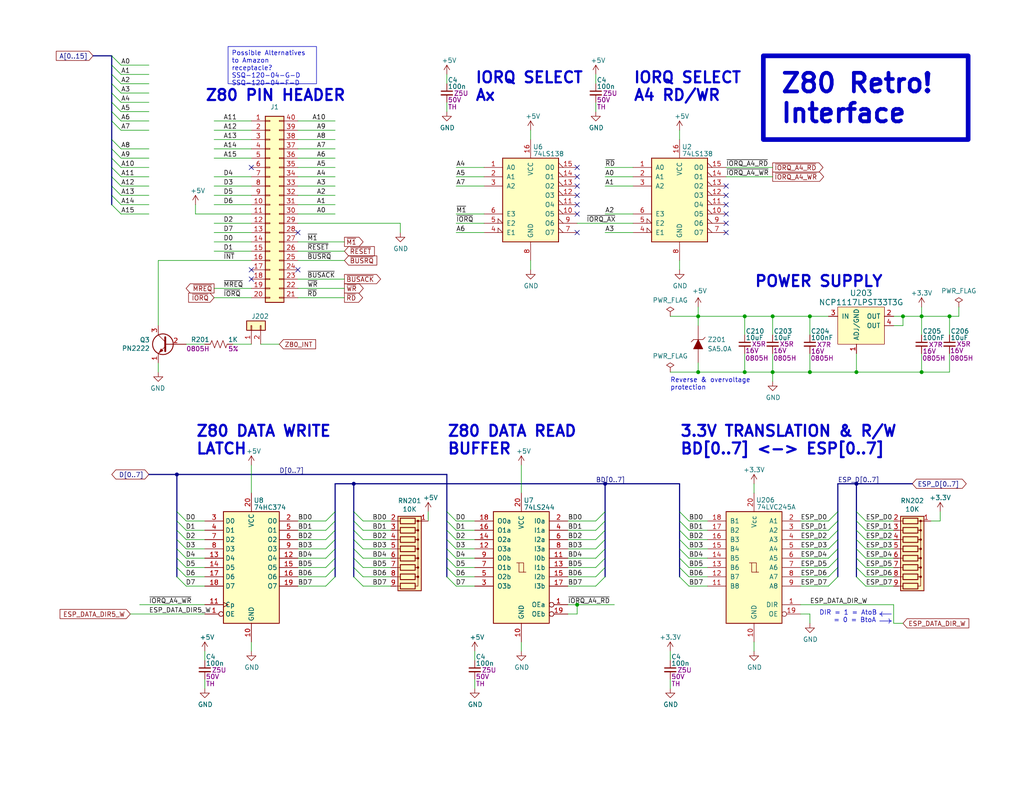
<source format=kicad_sch>
(kicad_sch (version 20230121) (generator eeschema)
  (paper "USLetter")
  (title_block (title "Z80 Retro! ESP32 Interface and Programmer") (date "2023-06-12") (rev "1.0") (company "Denno Wiggle") (comment 1 "Z80 RETRO! INTERFACE"))
  (lib_symbols
    (symbol "74xx:74LS138" (pin_names (offset 1.016))
      (property "Reference" "U" (at -7.62 11.43 0))
      (property "Value" "74LS138" (at -7.62 -13.97 0))
      (symbol "74LS138_1_0"
        (pin input line (at -12.7 7.62 0) (length 5.08) (name "A0") (number "1"))
        (pin output output_low (at 12.7 -5.08 180) (length 5.08) (name "O5") (number "10"))
        (pin output output_low (at 12.7 -2.54 180) (length 5.08) (name "O4") (number "11"))
        (pin output output_low (at 12.7 0 180) (length 5.08) (name "O3") (number "12"))
        (pin output output_low (at 12.7 2.54 180) (length 5.08) (name "O2") (number "13"))
        (pin output output_low (at 12.7 5.08 180) (length 5.08) (name "O1") (number "14"))
        (pin output output_low (at 12.7 7.62 180) (length 5.08) (name "O0") (number "15"))
        (pin power_in line (at 0 15.24 270) (length 5.08) (name "VCC") (number "16"))
        (pin input line (at -12.7 5.08 0) (length 5.08) (name "A1") (number "2"))
        (pin input line (at -12.7 2.54 0) (length 5.08) (name "A2") (number "3"))
        (pin input input_low (at -12.7 -10.16 0) (length 5.08) (name "E1") (number "4"))
        (pin input input_low (at -12.7 -7.62 0) (length 5.08) (name "E2") (number "5"))
        (pin input line (at -12.7 -5.08 0) (length 5.08) (name "E3") (number "6"))
        (pin output output_low (at 12.7 -10.16 180) (length 5.08) (name "O7") (number "7"))
        (pin power_in line (at 0 -17.78 90) (length 5.08) (name "GND") (number "8"))
        (pin output output_low (at 12.7 -7.62 180) (length 5.08) (name "O6") (number "9"))
      )
    )
    (symbol "74xx:74LS244" (pin_names (offset 1.016))
      (property "Reference" "U" (at -7.62 16.51 0))
      (property "Value" "74LS244" (at -7.62 -16.51 0))
      (symbol "74LS244_1_0"
        (pin input inverted (at -12.7 -10.16 0) (length 5.08) (name "OEa") (number "1"))
        (pin power_in line (at 0 -20.32 90) (length 5.08) (name "GND") (number "10"))
        (pin input line (at -12.7 2.54 0) (length 5.08) (name "I0b") (number "11"))
        (pin tri_state line (at 12.7 5.08 180) (length 5.08) (name "O3a") (number "12"))
        (pin input line (at -12.7 0 0) (length 5.08) (name "I1b") (number "13"))
        (pin tri_state line (at 12.7 7.62 180) (length 5.08) (name "O2a") (number "14"))
        (pin input line (at -12.7 -2.54 0) (length 5.08) (name "I2b") (number "15"))
        (pin tri_state line (at 12.7 10.16 180) (length 5.08) (name "O1a") (number "16"))
        (pin input line (at -12.7 -5.08 0) (length 5.08) (name "I3b") (number "17"))
        (pin tri_state line (at 12.7 12.7 180) (length 5.08) (name "O0a") (number "18"))
        (pin input inverted (at -12.7 -12.7 0) (length 5.08) (name "OEb") (number "19"))
        (pin input line (at -12.7 12.7 0) (length 5.08) (name "I0a") (number "2"))
        (pin power_in line (at 0 20.32 270) (length 5.08) (name "VCC") (number "20"))
        (pin tri_state line (at 12.7 -5.08 180) (length 5.08) (name "O3b") (number "3"))
        (pin input line (at -12.7 10.16 0) (length 5.08) (name "I1a") (number "4"))
        (pin tri_state line (at 12.7 -2.54 180) (length 5.08) (name "O2b") (number "5"))
        (pin input line (at -12.7 7.62 0) (length 5.08) (name "I2a") (number "6"))
        (pin tri_state line (at 12.7 0 180) (length 5.08) (name "O1b") (number "7"))
        (pin input line (at -12.7 5.08 0) (length 5.08) (name "I3a") (number "8"))
        (pin tri_state line (at 12.7 2.54 180) (length 5.08) (name "O0b") (number "9"))
      )
    )
    (symbol "74xx:74LS374"
      (property "Reference" "U" (at -7.62 16.51 0))
      (property "Value" "74LS374" (at -7.62 -16.51 0))
      (symbol "74LS374_1_0"
        (pin input inverted (at -12.7 -12.7 0) (length 5.08) (name "OE") (number "1"))
        (pin power_in line (at 0 -20.32 90) (length 5.08) (name "GND") (number "10"))
        (pin input clock (at -12.7 -10.16 0) (length 5.08) (name "Cp") (number "11"))
        (pin tri_state line (at 12.7 2.54 180) (length 5.08) (name "O4") (number "12"))
        (pin input line (at -12.7 2.54 0) (length 5.08) (name "D4") (number "13"))
        (pin input line (at -12.7 0 0) (length 5.08) (name "D5") (number "14"))
        (pin tri_state line (at 12.7 0 180) (length 5.08) (name "O5") (number "15"))
        (pin tri_state line (at 12.7 -2.54 180) (length 5.08) (name "O6") (number "16"))
        (pin input line (at -12.7 -2.54 0) (length 5.08) (name "D6") (number "17"))
        (pin input line (at -12.7 -5.08 0) (length 5.08) (name "D7") (number "18"))
        (pin tri_state line (at 12.7 -5.08 180) (length 5.08) (name "O7") (number "19"))
        (pin tri_state line (at 12.7 12.7 180) (length 5.08) (name "O0") (number "2"))
        (pin power_in line (at 0 20.32 270) (length 5.08) (name "VCC") (number "20"))
        (pin input line (at -12.7 12.7 0) (length 5.08) (name "D0") (number "3"))
        (pin input line (at -12.7 10.16 0) (length 5.08) (name "D1") (number "4"))
        (pin tri_state line (at 12.7 10.16 180) (length 5.08) (name "O1") (number "5"))
        (pin tri_state line (at 12.7 7.62 180) (length 5.08) (name "O2") (number "6"))
        (pin input line (at -12.7 7.62 0) (length 5.08) (name "D2") (number "7"))
        (pin input line (at -12.7 5.08 0) (length 5.08) (name "D3") (number "8"))
        (pin tri_state line (at 12.7 5.08 180) (length 5.08) (name "O3") (number "9"))
      )
    )
    (symbol "Connector_Generic:Conn_01x02" (pin_names (offset 1.016) hide)
      (property "Reference" "J" (at 0 2.54 0))
      (property "Value" "Conn_01x02" (at 0 -5.08 0))
      (symbol "Conn_01x02_1_1"
        (pin passive line (at -5.08 0 0) (length 3.81) (name "Pin_1") (number "1"))
        (pin passive line (at -5.08 -2.54 0) (length 3.81) (name "Pin_2") (number "2"))
      )
    )
    (symbol "Connector_Generic:Conn_02x20_Counter_Clockwise" (pin_names (offset 1.016) hide)
      (property "Reference" "J" (at 1.27 25.4 0))
      (property "Value" "Conn_02x20_Counter_Clockwise" (at 1.27 -27.94 0))
      (symbol "Conn_02x20_Counter_Clockwise_1_1"
        (pin passive line (at -5.08 22.86 0) (length 3.81) (name "Pin_1") (number "1"))
        (pin passive line (at -5.08 0 0) (length 3.81) (name "Pin_10") (number "10"))
        (pin passive line (at -5.08 -2.54 0) (length 3.81) (name "Pin_11") (number "11"))
        (pin passive line (at -5.08 -5.08 0) (length 3.81) (name "Pin_12") (number "12"))
        (pin passive line (at -5.08 -7.62 0) (length 3.81) (name "Pin_13") (number "13"))
        (pin passive line (at -5.08 -10.16 0) (length 3.81) (name "Pin_14") (number "14"))
        (pin passive line (at -5.08 -12.7 0) (length 3.81) (name "Pin_15") (number "15"))
        (pin passive line (at -5.08 -15.24 0) (length 3.81) (name "Pin_16") (number "16"))
        (pin passive line (at -5.08 -17.78 0) (length 3.81) (name "Pin_17") (number "17"))
        (pin passive line (at -5.08 -20.32 0) (length 3.81) (name "Pin_18") (number "18"))
        (pin passive line (at -5.08 -22.86 0) (length 3.81) (name "Pin_19") (number "19"))
        (pin passive line (at -5.08 20.32 0) (length 3.81) (name "Pin_2") (number "2"))
        (pin passive line (at -5.08 -25.4 0) (length 3.81) (name "Pin_20") (number "20"))
        (pin passive line (at 7.62 -25.4 180) (length 3.81) (name "Pin_21") (number "21"))
        (pin passive line (at 7.62 -22.86 180) (length 3.81) (name "Pin_22") (number "22"))
        (pin passive line (at 7.62 -20.32 180) (length 3.81) (name "Pin_23") (number "23"))
        (pin passive line (at 7.62 -17.78 180) (length 3.81) (name "Pin_24") (number "24"))
        (pin passive line (at 7.62 -15.24 180) (length 3.81) (name "Pin_25") (number "25"))
        (pin passive line (at 7.62 -12.7 180) (length 3.81) (name "Pin_26") (number "26"))
        (pin passive line (at 7.62 -10.16 180) (length 3.81) (name "Pin_27") (number "27"))
        (pin passive line (at 7.62 -7.62 180) (length 3.81) (name "Pin_28") (number "28"))
        (pin passive line (at 7.62 -5.08 180) (length 3.81) (name "Pin_29") (number "29"))
        (pin passive line (at -5.08 17.78 0) (length 3.81) (name "Pin_3") (number "3"))
        (pin passive line (at 7.62 -2.54 180) (length 3.81) (name "Pin_30") (number "30"))
        (pin passive line (at 7.62 0 180) (length 3.81) (name "Pin_31") (number "31"))
        (pin passive line (at 7.62 2.54 180) (length 3.81) (name "Pin_32") (number "32"))
        (pin passive line (at 7.62 5.08 180) (length 3.81) (name "Pin_33") (number "33"))
        (pin passive line (at 7.62 7.62 180) (length 3.81) (name "Pin_34") (number "34"))
        (pin passive line (at 7.62 10.16 180) (length 3.81) (name "Pin_35") (number "35"))
        (pin passive line (at 7.62 12.7 180) (length 3.81) (name "Pin_36") (number "36"))
        (pin passive line (at 7.62 15.24 180) (length 3.81) (name "Pin_37") (number "37"))
        (pin passive line (at 7.62 17.78 180) (length 3.81) (name "Pin_38") (number "38"))
        (pin passive line (at 7.62 20.32 180) (length 3.81) (name "Pin_39") (number "39"))
        (pin passive line (at -5.08 15.24 0) (length 3.81) (name "Pin_4") (number "4"))
        (pin passive line (at 7.62 22.86 180) (length 3.81) (name "Pin_40") (number "40"))
        (pin passive line (at -5.08 12.7 0) (length 3.81) (name "Pin_5") (number "5"))
        (pin passive line (at -5.08 10.16 0) (length 3.81) (name "Pin_6") (number "6"))
        (pin passive line (at -5.08 7.62 0) (length 3.81) (name "Pin_7") (number "7"))
        (pin passive line (at -5.08 5.08 0) (length 3.81) (name "Pin_8") (number "8"))
        (pin passive line (at -5.08 2.54 0) (length 3.81) (name "Pin_9") (number "9"))
      )
    )
    (symbol "Device:Q_NPN_EBC" (pin_names (offset 0) hide)
      (property "Reference" "Q" (at 5.08 1.27 0))
      (property "Value" "Q_NPN_EBC" (at 5.08 -1.27 0))
      (symbol "Q_NPN_EBC_1_1"
        (pin passive line (at 2.54 -5.08 90) (length 2.54) (name "E") (number "1"))
        (pin passive line (at -5.08 0 0) (length 5.715) (name "B") (number "2"))
        (pin passive line (at 2.54 5.08 270) (length 2.54) (name "C") (number "3"))
      )
    )
    (symbol "Device:R_Network08" (pin_names (offset 0) hide)
      (property "Reference" "RN" (at -12.7 0 90))
      (property "Value" "R_Network08" (at 10.16 0 90))
      (symbol "R_Network08_1_1"
        (pin passive line (at -10.16 5.08 270) (length 2.54) (name "common") (number "1"))
        (pin passive line (at -10.16 -5.08 90) (length 1.27) (name "R1") (number "2"))
        (pin passive line (at -7.62 -5.08 90) (length 1.27) (name "R2") (number "3"))
        (pin passive line (at -5.08 -5.08 90) (length 1.27) (name "R3") (number "4"))
        (pin passive line (at -2.54 -5.08 90) (length 1.27) (name "R4") (number "5"))
        (pin passive line (at 0 -5.08 90) (length 1.27) (name "R5") (number "6"))
        (pin passive line (at 2.54 -5.08 90) (length 1.27) (name "R6") (number "7"))
        (pin passive line (at 5.08 -5.08 90) (length 1.27) (name "R7") (number "8"))
        (pin passive line (at 7.62 -5.08 90) (length 1.27) (name "R8") (number "9"))
      )
    )
    (symbol "SN74LVC245AN_1" (pin_names (offset 1.016))
      (property "Reference" "U206" (at 1.9559 19.05 0))
      (property "Value" "74LVC245A" (at 1.9559 16.51 0))
      (symbol "SN74LVC245AN_1_1_0"
        (pin input line (at -12.7 -10.16 0) (length 5.08) (name "DIR") (number "1"))
        (pin power_in line (at 0 -20.32 90) (length 5.08) (name "GND") (number "10"))
        (pin tri_state line (at 12.7 -5.08 180) (length 5.08) (name "B8") (number "11"))
        (pin tri_state line (at 12.7 -2.54 180) (length 5.08) (name "B7") (number "12"))
        (pin tri_state line (at 12.7 0 180) (length 5.08) (name "B6") (number "13"))
        (pin tri_state line (at 12.7 2.54 180) (length 5.08) (name "B5") (number "14"))
        (pin tri_state line (at 12.7 5.08 180) (length 5.08) (name "B4") (number "15"))
        (pin tri_state line (at 12.7 7.62 180) (length 5.08) (name "B3") (number "16"))
        (pin tri_state line (at 12.7 10.16 180) (length 5.08) (name "B2") (number "17"))
        (pin tri_state line (at 12.7 12.7 180) (length 5.08) (name "B1") (number "18"))
        (pin input inverted (at -12.7 -12.7 0) (length 5.08) (name "OE") (number "19"))
        (pin tri_state line (at -12.7 12.7 0) (length 5.08) (name "A1") (number "2"))
        (pin power_in line (at 0 20.32 270) (length 5.08) (name "Vcc") (number "20"))
        (pin tri_state line (at -12.7 10.16 0) (length 5.08) (name "A2") (number "3"))
        (pin tri_state line (at -12.7 7.62 0) (length 5.08) (name "A3") (number "4"))
        (pin tri_state line (at -12.7 5.08 0) (length 5.08) (name "A4") (number "5"))
        (pin tri_state line (at -12.7 2.54 0) (length 5.08) (name "A5") (number "6"))
        (pin tri_state line (at -12.7 0 0) (length 5.08) (name "A6") (number "7"))
        (pin tri_state line (at -12.7 -2.54 0) (length 5.08) (name "A7") (number "8"))
        (pin tri_state line (at -12.7 -5.08 0) (length 5.08) (name "A8") (number "9"))
      )
    )
    (symbol "WTM:C_100nF_X7R_16V_0805H" (pin_numbers hide) (pin_names (offset 0) hide)
      (property "Reference" "C" (at 0.254 3.556 0))
      (property "Value" "100nF" (at 0.254 1.778 0))
      (property "Dielectric" "X7R" (at 1.905 -0.127 0))
      (property "Voltage" "16V" (at 0.254 -1.905 0))
      (property "Footprint2" "0805H" (at 0.127 -3.81 0))
      (symbol "C_100nF_X7R_16V_0805H_1_1"
        (pin passive line (at 0 2.54 270) (length 2.032) (name "~") (number "1"))
        (pin passive line (at 0 -2.54 90) (length 2.032) (name "~") (number "2"))
      )
    )
    (symbol "WTM:C_100nF_Z5U_50V_TH" (pin_numbers hide) (pin_names (offset 0.254) hide)
      (property "Reference" "C205" (at 0.254 3.556 0))
      (property "Value" "100n" (at 0.254 1.778 0))
      (property "Dielectric" "Z5U" (at 1.905 0.635 0))
      (property "Voltage" "50V" (at 0.254 -1.143 0))
      (property "Footprint2" "TH" (at 1.524 -3.81 0))
      (symbol "C_100nF_Z5U_50V_TH_1_1"
        (pin passive line (at 0 2.54 270) (length 2.032) (name "~") (number "1"))
        (pin passive line (at 0 -2.54 90) (length 2.032) (name "~") (number "2"))
      )
    )
    (symbol "WTM:C_10uF_X5R_16V_0805H" (pin_numbers hide) (pin_names (offset 0.254) hide)
      (property "Reference" "C206" (at 0.254 3.556 0))
      (property "Value" "10uF" (at 0.254 1.778 0))
      (property "Dielectric" "X5R" (at 1.905 0.762 0))
      (property "Voltage" "16V" (at 0.127 -1.016 0))
      (property "Footprint2" "0805H" (at 3.302 -3.81 0))
      (symbol "C_10uF_X5R_16V_0805H_1_1"
        (pin passive line (at 0 2.54 270) (length 2.032) (name "~") (number "1"))
        (pin passive line (at 0 -2.54 90) (length 2.032) (name "~") (number "2"))
      )
    )
    (symbol "WTM:R_1K_5%_0805H_Horizontal1" (pin_numbers hide) (pin_names (offset 0))
      (property "Reference" "R" (at -7.62 1.27 0))
      (property "Value" "1K" (at 2.54 1.27 0))
      (property "Tolerance" "5%" (at 2.54 -1.27 0))
      (property "Footprint2" "0805H" (at -8.89 -1.27 0))
      (symbol "R_1K_5%_0805H_Horizontal1_1_1"
        (pin passive line (at -3.81 0 0) (length 1.27) (name "~") (number "1"))
        (pin passive line (at 3.81 0 180) (length 1.27) (name "~") (number "2"))
      )
    )
    (symbol "WTM:TVS_SA5.0A" (pin_numbers hide) (pin_names (offset 0) hide)
      (property "Reference" "Z" (at 2.54 1.27 0))
      (property "Value" "SA5.0A" (at 2.54 -1.27 0))
      (symbol "TVS_SA5.0A_1_1"
        (pin passive line (at 0 5.08 270) (length 3.81) (name "~") (number "1"))
        (pin passive line (at 0 -5.08 90) (length 3.81) (name "~") (number "2"))
      )
    )
    (symbol "dk_PMIC-Voltage-Regulators-Linear:NCP1117ST33T3G" (pin_names (offset 1.016))
      (property "Reference" "U" (at 2.54 3.81 0))
      (property "Value" "NCP1117ST33T3G" (at 2.54 6.35 0))
      (symbol "NCP1117ST33T3G_1_1"
        (pin power_in line (at 0 -10.16 90) (length 2.54) (name "ADJ/GND") (number "1"))
        (pin power_out line (at 10.16 0 180) (length 2.54) (name "OUT") (number "2"))
        (pin power_in line (at -7.62 0 0) (length 2.54) (name "IN") (number "3"))
        (pin power_out line (at 10.16 -2.54 180) (length 2.54) (name "OUT") (number "4"))
      )
    )
    (symbol "power:+3.3V" (power) (pin_names (offset 0))
      (property "Value" "+3.3V" (at 0 3.556 0))
      (symbol "+3.3V_1_1"
        (pin power_in line (at 0 0 90) (length 0) hide (name "+3.3V") (number "1"))
      )
    )
    (symbol "power:+5V" (power) (pin_names (offset 0))
      (property "Value" "+5V" (at 0 3.556 0))
      (symbol "+5V_1_1"
        (pin power_in line (at 0 0 90) (length 0) hide (name "+5V") (number "1"))
      )
    )
    (symbol "power:GND" (power) (pin_names (offset 0))
      (property "Value" "GND" (at 0 -3.81 0))
      (symbol "GND_1_1"
        (pin power_in line (at 0 0 270) (length 0) hide (name "GND") (number "1"))
      )
    )
    (symbol "power:PWR_FLAG" (power) (pin_numbers hide) (pin_names (offset 0) hide)
      (property "Value" "PWR_FLAG" (at 0 3.81 0))
      (symbol "PWR_FLAG_0_0"
        (pin power_out line (at 0 0 90) (length 0) (name "pwr") (number "1"))
      )
    )
  )
  (junction (at 165.1 132.08))
  (junction (at 157.48 165.1))
  (junction (at 210.82 86.36))
  (junction (at 220.98 101.6))
  (junction (at 251.46 86.36))
  (junction (at 210.82 101.6))
  (junction (at 259.08 86.36))
  (junction (at 251.46 101.6))
  (junction (at 246.38 86.36))
  (junction (at 220.98 86.36))
  (junction (at 233.68 101.6))
  (junction (at 190.5 86.36))
  (junction (at 48.26 129.54))
  (junction (at 96.52 132.08))
  (junction (at 203.2 86.36))
  (junction (at 190.5 101.6))
  (junction (at 233.68 132.08))
  (junction (at 203.2 101.6))
  (no_connect (at 68.58 73.66))
  (no_connect (at 157.48 45.72))
  (no_connect (at 68.58 76.2))
  (no_connect (at 157.48 48.26))
  (no_connect (at 198.12 55.88))
  (no_connect (at 157.48 58.42))
  (no_connect (at 157.48 50.8))
  (no_connect (at 198.12 58.42))
  (no_connect (at 198.12 50.8))
  (no_connect (at 157.48 55.88))
  (no_connect (at 81.28 63.5))
  (no_connect (at 157.48 63.5))
  (no_connect (at 68.58 45.72))
  (no_connect (at 157.48 53.34))
  (no_connect (at 81.28 73.66))
  (no_connect (at 198.12 60.96))
  (no_connect (at 198.12 53.34))
  (no_connect (at 198.12 63.5))
  (bus_entry (at 124.46 149.86) (size -2.54 -2.54))
  (bus_entry (at 99.06 152.4) (size -2.54 -2.54))
  (bus_entry (at 185.42 144.78) (size 2.54 2.54))
  (bus_entry (at 88.9 152.4) (size 2.54 -2.54))
  (bus_entry (at 33.02 20.32) (size -2.54 -2.54))
  (bus_entry (at 88.9 149.86) (size 2.54 -2.54))
  (bus_entry (at 236.22 154.94) (size -2.54 -2.54))
  (bus_entry (at 48.26 149.86) (size 2.54 2.54))
  (bus_entry (at 124.46 147.32) (size -2.54 -2.54))
  (bus_entry (at 33.02 35.56) (size -2.54 -2.54))
  (bus_entry (at 185.42 147.32) (size 2.54 2.54))
  (bus_entry (at 99.06 142.24) (size -2.54 -2.54))
  (bus_entry (at 33.02 17.78) (size -2.54 -2.54))
  (bus_entry (at 162.56 154.94) (size 2.54 -2.54))
  (bus_entry (at 236.22 160.02) (size -2.54 -2.54))
  (bus_entry (at 33.02 45.72) (size -2.54 -2.54))
  (bus_entry (at 236.22 144.78) (size -2.54 -2.54))
  (bus_entry (at 226.06 157.48) (size 2.54 -2.54))
  (bus_entry (at 33.02 33.02) (size -2.54 -2.54))
  (bus_entry (at 33.02 40.64) (size -2.54 -2.54))
  (bus_entry (at 185.42 149.86) (size 2.54 2.54))
  (bus_entry (at 99.06 147.32) (size -2.54 -2.54))
  (bus_entry (at 226.06 149.86) (size 2.54 -2.54))
  (bus_entry (at 162.56 149.86) (size 2.54 -2.54))
  (bus_entry (at 236.22 152.4) (size -2.54 -2.54))
  (bus_entry (at 124.46 160.02) (size -2.54 -2.54))
  (bus_entry (at 226.06 160.02) (size 2.54 -2.54))
  (bus_entry (at 99.06 160.02) (size -2.54 -2.54))
  (bus_entry (at 48.26 152.4) (size 2.54 2.54))
  (bus_entry (at 226.06 154.94) (size 2.54 -2.54))
  (bus_entry (at 162.56 144.78) (size 2.54 -2.54))
  (bus_entry (at 48.26 142.24) (size 2.54 2.54))
  (bus_entry (at 185.42 152.4) (size 2.54 2.54))
  (bus_entry (at 33.02 55.88) (size -2.54 -2.54))
  (bus_entry (at 88.9 157.48) (size 2.54 -2.54))
  (bus_entry (at 185.42 157.48) (size 2.54 2.54))
  (bus_entry (at 226.06 144.78) (size 2.54 -2.54))
  (bus_entry (at 162.56 142.24) (size 2.54 -2.54))
  (bus_entry (at 48.26 154.94) (size 2.54 2.54))
  (bus_entry (at 124.46 144.78) (size -2.54 -2.54))
  (bus_entry (at 185.42 142.24) (size 2.54 2.54))
  (bus_entry (at 33.02 43.18) (size -2.54 -2.54))
  (bus_entry (at 33.02 30.48) (size -2.54 -2.54))
  (bus_entry (at 33.02 25.4) (size -2.54 -2.54))
  (bus_entry (at 124.46 157.48) (size -2.54 -2.54))
  (bus_entry (at 88.9 154.94) (size 2.54 -2.54))
  (bus_entry (at 236.22 157.48) (size -2.54 -2.54))
  (bus_entry (at 162.56 147.32) (size 2.54 -2.54))
  (bus_entry (at 48.26 147.32) (size 2.54 2.54))
  (bus_entry (at 226.06 152.4) (size 2.54 -2.54))
  (bus_entry (at 99.06 149.86) (size -2.54 -2.54))
  (bus_entry (at 33.02 48.26) (size -2.54 -2.54))
  (bus_entry (at 33.02 50.8) (size -2.54 -2.54))
  (bus_entry (at 88.9 144.78) (size 2.54 -2.54))
  (bus_entry (at 99.06 154.94) (size -2.54 -2.54))
  (bus_entry (at 185.42 139.7) (size 2.54 2.54))
  (bus_entry (at 226.06 147.32) (size 2.54 -2.54))
  (bus_entry (at 33.02 27.94) (size -2.54 -2.54))
  (bus_entry (at 88.9 160.02) (size 2.54 -2.54))
  (bus_entry (at 162.56 157.48) (size 2.54 -2.54))
  (bus_entry (at 185.42 154.94) (size 2.54 2.54))
  (bus_entry (at 236.22 142.24) (size -2.54 -2.54))
  (bus_entry (at 124.46 142.24) (size -2.54 -2.54))
  (bus_entry (at 124.46 152.4) (size -2.54 -2.54))
  (bus_entry (at 226.06 142.24) (size 2.54 -2.54))
  (bus_entry (at 88.9 147.32) (size 2.54 -2.54))
  (bus_entry (at 99.06 144.78) (size -2.54 -2.54))
  (bus_entry (at 48.26 157.48) (size 2.54 2.54))
  (bus_entry (at 88.9 142.24) (size 2.54 -2.54))
  (bus_entry (at 48.26 139.7) (size 2.54 2.54))
  (bus_entry (at 124.46 154.94) (size -2.54 -2.54))
  (bus_entry (at 33.02 58.42) (size -2.54 -2.54))
  (bus_entry (at 162.56 160.02) (size 2.54 -2.54))
  (bus_entry (at 99.06 157.48) (size -2.54 -2.54))
  (bus_entry (at 33.02 53.34) (size -2.54 -2.54))
  (bus_entry (at 162.56 152.4) (size 2.54 -2.54))
  (bus_entry (at 236.22 149.86) (size -2.54 -2.54))
  (bus_entry (at 33.02 22.86) (size -2.54 -2.54))
  (bus_entry (at 236.22 147.32) (size -2.54 -2.54))
  (bus_entry (at 48.26 144.78) (size 2.54 2.54))
  (bus (pts (xy 228.6 154.94) (xy 228.6 152.4)))
  (bus (pts (xy 91.44 147.32) (xy 91.44 144.78)))
  (wire (pts (xy 144.78 71.12) (xy 144.78 73.66)))
  (wire (pts (xy 68.58 58.42) (xy 53.34 58.42)))
  (wire (pts (xy 33.02 48.26) (xy 40.64 48.26)))
  (wire (pts (xy 81.28 78.74) (xy 93.98 78.74)))
  (bus (pts (xy 91.44 144.78) (xy 91.44 142.24)))
  (wire (pts (xy 33.02 33.02) (xy 40.64 33.02)))
  (bus (pts (xy 30.48 33.02) (xy 30.48 30.48)))
  (bus (pts (xy 30.48 50.8) (xy 30.48 48.26)))
  (wire (pts (xy 236.22 160.02) (xy 243.84 160.02)))
  (wire (pts (xy 81.28 160.02) (xy 88.9 160.02)))
  (bus (pts (xy 25.4 15.24) (xy 30.48 15.24)))
  (wire (pts (xy 33.02 25.4) (xy 40.64 25.4)))
  (bus (pts (xy 48.26 139.7) (xy 48.26 129.54)))
  (wire (pts (xy 50.8 160.02) (xy 55.88 160.02)))
  (bus (pts (xy 48.26 129.54) (xy 121.92 129.54)))
  (bus (pts (xy 165.1 139.7) (xy 165.1 142.24)))
  (wire (pts (xy 246.38 86.36) (xy 243.84 86.36)))
  (wire (pts (xy 124.46 147.32) (xy 129.54 147.32)))
  (wire (pts (xy 154.94 144.78) (xy 162.56 144.78)))
  (wire (pts (xy 236.22 152.4) (xy 243.84 152.4)))
  (wire (pts (xy 154.94 154.94) (xy 162.56 154.94)))
  (bus (pts (xy 228.6 132.08) (xy 233.68 132.08)))
  (wire (pts (xy 35.56 167.64) (xy 55.88 167.64)))
  (wire (pts (xy 220.98 167.64) (xy 218.44 167.64)))
  (bus (pts (xy 228.6 147.32) (xy 228.6 144.78)))
  (bus (pts (xy 96.52 144.78) (xy 96.52 147.32)))
  (bus (pts (xy 30.48 38.1) (xy 30.48 33.02)))
  (wire (pts (xy 50.8 142.24) (xy 55.88 142.24)))
  (wire (pts (xy 116.84 139.7) (xy 116.84 142.24)))
  (wire (pts (xy 218.44 152.4) (xy 226.06 152.4)))
  (wire (pts (xy 124.46 50.8) (xy 132.08 50.8)))
  (wire (pts (xy 81.28 152.4) (xy 88.9 152.4)))
  (bus (pts (xy 121.92 144.78) (xy 121.92 147.32)))
  (wire (pts (xy 58.42 40.64) (xy 68.58 40.64)))
  (wire (pts (xy 154.94 147.32) (xy 162.56 147.32)))
  (bus (pts (xy 91.44 132.08) (xy 96.52 132.08)))
  (bus (pts (xy 91.44 157.48) (xy 91.44 154.94)))
  (wire (pts (xy 81.28 33.02) (xy 91.44 33.02)))
  (wire (pts (xy 81.28 157.48) (xy 88.9 157.48)))
  (wire (pts (xy 220.98 86.36) (xy 226.06 86.36)))
  (bus (pts (xy 48.26 154.94) (xy 48.26 152.4)))
  (wire (pts (xy 33.02 50.8) (xy 40.64 50.8)))
  (wire (pts (xy 261.62 86.36) (xy 259.08 86.36)))
  (wire (pts (xy 81.28 48.26) (xy 91.44 48.26)))
  (bus (pts (xy 30.48 22.86) (xy 30.48 20.32)))
  (bus (pts (xy 30.48 55.88) (xy 30.48 53.34)))
  (wire (pts (xy 154.94 160.02) (xy 162.56 160.02)))
  (wire (pts (xy 33.02 22.86) (xy 40.64 22.86)))
  (wire (pts (xy 210.82 101.6) (xy 220.98 101.6)))
  (wire (pts (xy 50.8 149.86) (xy 55.88 149.86)))
  (wire (pts (xy 99.06 154.94) (xy 106.68 154.94)))
  (bus (pts (xy 96.52 132.08) (xy 165.1 132.08)))
  (wire (pts (xy 33.02 27.94) (xy 40.64 27.94)))
  (bus (pts (xy 233.68 132.08) (xy 233.68 139.7)))
  (wire (pts (xy 203.2 86.36) (xy 203.2 91.44)))
  (bus (pts (xy 121.92 129.54) (xy 121.92 139.7)))
  (bus (pts (xy 185.42 142.24) (xy 185.42 144.78)))
  (bus (pts (xy 30.48 45.72) (xy 30.48 43.18)))
  (bus (pts (xy 165.1 149.86) (xy 165.1 152.4)))
  (wire (pts (xy 124.46 160.02) (xy 129.54 160.02)))
  (bus (pts (xy 185.42 139.7) (xy 185.42 142.24)))
  (wire (pts (xy 99.06 144.78) (xy 106.68 144.78)))
  (bus (pts (xy 185.42 154.94) (xy 185.42 157.48)))
  (bus (pts (xy 91.44 149.86) (xy 91.44 147.32)))
  (wire (pts (xy 132.08 63.5) (xy 124.46 63.5)))
  (bus (pts (xy 185.42 149.86) (xy 185.42 152.4)))
  (wire (pts (xy 154.94 152.4) (xy 162.56 152.4)))
  (wire (pts (xy 33.02 30.48) (xy 40.64 30.48)))
  (polyline (pts (xy 243.205 167.64) (xy 240.03 167.64)))
  (wire (pts (xy 190.5 86.36) (xy 203.2 86.36)))
  (wire (pts (xy 81.28 149.86) (xy 88.9 149.86)))
  (wire (pts (xy 187.96 142.24) (xy 193.04 142.24)))
  (wire (pts (xy 218.44 157.48) (xy 226.06 157.48)))
  (wire (pts (xy 190.5 88.9) (xy 190.5 86.36)))
  (wire (pts (xy 58.42 43.18) (xy 68.58 43.18)))
  (wire (pts (xy 68.58 127) (xy 68.58 134.62)))
  (bus (pts (xy 165.1 144.78) (xy 165.1 147.32)))
  (bus (pts (xy 185.42 147.32) (xy 185.42 149.86)))
  (bus (pts (xy 233.68 147.32) (xy 233.68 149.86)))
  (wire (pts (xy 218.44 165.1) (xy 243.84 165.1)))
  (wire (pts (xy 220.98 101.6) (xy 233.68 101.6)))
  (wire (pts (xy 68.58 175.26) (xy 68.58 177.8)))
  (bus (pts (xy 121.92 152.4) (xy 121.92 154.94)))
  (wire (pts (xy 218.44 160.02) (xy 226.06 160.02)))
  (wire (pts (xy 218.44 142.24) (xy 226.06 142.24)))
  (bus (pts (xy 228.6 144.78) (xy 228.6 142.24)))
  (bus (pts (xy 121.92 142.24) (xy 121.92 144.78)))
  (wire (pts (xy 261.62 83.82) (xy 261.62 86.36)))
  (bus (pts (xy 96.52 147.32) (xy 96.52 149.86)))
  (wire (pts (xy 203.2 96.52) (xy 203.2 101.6)))
  (wire (pts (xy 124.46 157.48) (xy 129.54 157.48)))
  (wire (pts (xy 33.02 58.42) (xy 40.64 58.42)))
  (wire (pts (xy 81.28 81.28) (xy 93.98 81.28)))
  (bus (pts (xy 48.26 149.86) (xy 48.26 147.32)))
  (wire (pts (xy 33.02 45.72) (xy 40.64 45.72)))
  (wire (pts (xy 256.54 142.24) (xy 254 142.24)))
  (wire (pts (xy 58.42 55.88) (xy 68.58 55.88)))
  (bus (pts (xy 165.1 139.7) (xy 165.1 132.08)))
  (wire (pts (xy 81.28 71.12) (xy 93.98 71.12)))
  (wire (pts (xy 172.72 45.72) (xy 165.1 45.72)))
  (wire (pts (xy 129.54 177.8) (xy 129.54 180.34)))
  (wire (pts (xy 236.22 149.86) (xy 243.84 149.86)))
  (wire (pts (xy 142.24 175.26) (xy 142.24 177.8)))
  (wire (pts (xy 205.74 175.26) (xy 205.74 177.8)))
  (bus (pts (xy 96.52 152.4) (xy 96.52 154.94)))
  (wire (pts (xy 53.34 58.42) (xy 53.34 55.88)))
  (bus (pts (xy 48.26 144.78) (xy 48.26 142.24)))
  (wire (pts (xy 132.08 60.96) (xy 124.46 60.96)))
  (wire (pts (xy 58.42 63.5) (xy 68.58 63.5)))
  (wire (pts (xy 58.42 68.58) (xy 68.58 68.58)))
  (wire (pts (xy 259.08 96.52) (xy 259.08 101.6)))
  (wire (pts (xy 109.22 60.96) (xy 109.22 63.5)))
  (wire (pts (xy 81.28 142.24) (xy 88.9 142.24)))
  (bus (pts (xy 96.52 142.24) (xy 96.52 144.78)))
  (wire (pts (xy 58.42 81.28) (xy 68.58 81.28)))
  (bus (pts (xy 228.6 152.4) (xy 228.6 149.86)))
  (wire (pts (xy 187.96 144.78) (xy 193.04 144.78)))
  (wire (pts (xy 182.88 177.8) (xy 182.88 180.34)))
  (wire (pts (xy 220.98 86.36) (xy 220.98 91.44)))
  (wire (pts (xy 187.96 160.02) (xy 193.04 160.02)))
  (wire (pts (xy 99.06 157.48) (xy 106.68 157.48)))
  (wire (pts (xy 81.28 58.42) (xy 91.44 58.42)))
  (bus (pts (xy 165.1 147.32) (xy 165.1 149.86)))
  (wire (pts (xy 99.06 152.4) (xy 106.68 152.4)))
  (bus (pts (xy 121.92 147.32) (xy 121.92 149.86)))
  (wire (pts (xy 58.42 38.1) (xy 68.58 38.1)))
  (wire (pts (xy 144.78 35.56) (xy 144.78 38.1)))
  (wire (pts (xy 50.8 152.4) (xy 55.88 152.4)))
  (wire (pts (xy 210.82 96.52) (xy 210.82 101.6)))
  (bus (pts (xy 30.48 25.4) (xy 30.48 22.86)))
  (bus (pts (xy 185.42 152.4) (xy 185.42 154.94)))
  (wire (pts (xy 81.28 50.8) (xy 91.44 50.8)))
  (wire (pts (xy 154.94 157.48) (xy 162.56 157.48)))
  (wire (pts (xy 236.22 142.24) (xy 243.84 142.24)))
  (bus (pts (xy 30.48 48.26) (xy 30.48 45.72)))
  (bus (pts (xy 30.48 40.64) (xy 30.48 38.1)))
  (bus (pts (xy 165.1 142.24) (xy 165.1 144.78)))
  (polyline (pts (xy 240.03 169.545) (xy 243.205 169.545)))
  (wire (pts (xy 256.54 139.7) (xy 256.54 142.24)))
  (bus (pts (xy 30.48 27.94) (xy 30.48 25.4)))
  (wire (pts (xy 99.06 149.86) (xy 106.68 149.86)))
  (wire (pts (xy 124.46 58.42) (xy 132.08 58.42)))
  (wire (pts (xy 243.84 165.1) (xy 243.84 170.18)))
  (wire (pts (xy 198.12 48.26) (xy 210.82 48.26)))
  (bus (pts (xy 30.48 53.34) (xy 30.48 50.8)))
  (bus (pts (xy 48.26 157.48) (xy 48.26 154.94)))
  (bus (pts (xy 233.68 142.24) (xy 233.68 144.78)))
  (wire (pts (xy 210.82 86.36) (xy 210.82 91.44)))
  (wire (pts (xy 165.1 50.8) (xy 172.72 50.8)))
  (wire (pts (xy 121.92 27.94) (xy 121.92 30.48)))
  (wire (pts (xy 124.46 149.86) (xy 129.54 149.86)))
  (wire (pts (xy 251.46 83.82) (xy 251.46 86.36)))
  (wire (pts (xy 172.72 63.5) (xy 165.1 63.5)))
  (wire (pts (xy 218.44 149.86) (xy 226.06 149.86)))
  (bus (pts (xy 185.42 144.78) (xy 185.42 147.32)))
  (bus (pts (xy 96.52 149.86) (xy 96.52 152.4)))
  (wire (pts (xy 50.8 144.78) (xy 55.88 144.78)))
  (bus (pts (xy 91.44 154.94) (xy 91.44 152.4)))
  (wire (pts (xy 43.18 71.12) (xy 68.58 71.12)))
  (wire (pts (xy 81.28 68.58) (xy 93.98 68.58)))
  (bus (pts (xy 228.6 139.7) (xy 228.6 132.08)))
  (bus (pts (xy 233.68 149.86) (xy 233.68 152.4)))
  (wire (pts (xy 99.06 142.24) (xy 106.68 142.24)))
  (wire (pts (xy 81.28 35.56) (xy 91.44 35.56)))
  (bus (pts (xy 96.52 132.08) (xy 96.52 139.7)))
  (wire (pts (xy 182.88 101.6) (xy 190.5 101.6)))
  (bus (pts (xy 185.42 132.08) (xy 185.42 139.7)))
  (wire (pts (xy 165.1 58.42) (xy 172.72 58.42)))
  (wire (pts (xy 33.02 43.18) (xy 40.64 43.18)))
  (wire (pts (xy 154.94 165.1) (xy 157.48 165.1)))
  (bus (pts (xy 121.92 154.94) (xy 121.92 157.48)))
  (bus (pts (xy 30.48 17.78) (xy 30.48 15.24)))
  (wire (pts (xy 58.42 78.74) (xy 68.58 78.74)))
  (wire (pts (xy 43.18 99.06) (xy 43.18 101.6)))
  (wire (pts (xy 187.96 157.48) (xy 193.04 157.48)))
  (wire (pts (xy 162.56 27.94) (xy 162.56 30.48)))
  (wire (pts (xy 218.44 147.32) (xy 226.06 147.32)))
  (wire (pts (xy 220.98 170.18) (xy 220.98 167.64)))
  (wire (pts (xy 33.02 17.78) (xy 40.64 17.78)))
  (wire (pts (xy 81.28 144.78) (xy 88.9 144.78)))
  (bus (pts (xy 30.48 43.18) (xy 30.48 40.64)))
  (wire (pts (xy 218.44 154.94) (xy 226.06 154.94)))
  (bus (pts (xy 233.68 154.94) (xy 233.68 157.48)))
  (bus (pts (xy 121.92 149.86) (xy 121.92 152.4)))
  (wire (pts (xy 185.42 71.12) (xy 185.42 73.66)))
  (bus (pts (xy 165.1 152.4) (xy 165.1 154.94)))
  (bus (pts (xy 121.92 139.7) (xy 121.92 142.24)))
  (wire (pts (xy 187.96 147.32) (xy 193.04 147.32)))
  (wire (pts (xy 81.28 147.32) (xy 88.9 147.32)))
  (wire (pts (xy 55.88 185.42) (xy 55.88 187.96)))
  (wire (pts (xy 58.42 33.02) (xy 68.58 33.02)))
  (wire (pts (xy 124.46 48.26) (xy 132.08 48.26)))
  (wire (pts (xy 154.94 142.24) (xy 162.56 142.24)))
  (wire (pts (xy 154.94 167.64) (xy 157.48 167.64)))
  (wire (pts (xy 33.02 55.88) (xy 40.64 55.88)))
  (wire (pts (xy 259.08 86.36) (xy 259.08 91.44)))
  (bus (pts (xy 228.6 157.48) (xy 228.6 154.94)))
  (wire (pts (xy 50.8 154.94) (xy 55.88 154.94)))
  (wire (pts (xy 81.28 76.2) (xy 93.98 76.2)))
  (wire (pts (xy 43.18 71.12) (xy 43.18 88.9)))
  (wire (pts (xy 99.06 160.02) (xy 106.68 160.02)))
  (wire (pts (xy 157.48 167.64) (xy 157.48 165.1)))
  (wire (pts (xy 246.38 88.9) (xy 246.38 86.36)))
  (wire (pts (xy 187.96 154.94) (xy 193.04 154.94)))
  (wire (pts (xy 81.28 40.64) (xy 91.44 40.64)))
  (bus (pts (xy 228.6 149.86) (xy 228.6 147.32)))
  (wire (pts (xy 210.82 86.36) (xy 220.98 86.36)))
  (wire (pts (xy 157.48 165.1) (xy 167.64 165.1)))
  (wire (pts (xy 233.68 101.6) (xy 251.46 101.6)))
  (wire (pts (xy 124.46 154.94) (xy 129.54 154.94)))
  (wire (pts (xy 58.42 35.56) (xy 68.58 35.56)))
  (bus (pts (xy 48.26 142.24) (xy 48.26 139.7)))
  (wire (pts (xy 124.46 142.24) (xy 129.54 142.24)))
  (wire (pts (xy 81.28 55.88) (xy 91.44 55.88)))
  (wire (pts (xy 210.82 101.6) (xy 210.82 104.14)))
  (wire (pts (xy 55.88 177.8) (xy 55.88 180.34)))
  (wire (pts (xy 236.22 147.32) (xy 243.84 147.32)))
  (wire (pts (xy 99.06 147.32) (xy 106.68 147.32)))
  (wire (pts (xy 187.96 149.86) (xy 193.04 149.86)))
  (bus (pts (xy 165.1 132.08) (xy 185.42 132.08)))
  (wire (pts (xy 33.02 20.32) (xy 40.64 20.32)))
  (wire (pts (xy 81.28 43.18) (xy 91.44 43.18)))
  (wire (pts (xy 185.42 35.56) (xy 185.42 38.1)))
  (wire (pts (xy 203.2 101.6) (xy 210.82 101.6)))
  (wire (pts (xy 236.22 154.94) (xy 243.84 154.94)))
  (wire (pts (xy 259.08 101.6) (xy 251.46 101.6)))
  (wire (pts (xy 142.24 127) (xy 142.24 134.62)))
  (wire (pts (xy 259.08 86.36) (xy 251.46 86.36)))
  (bus (pts (xy 91.44 139.7) (xy 91.44 132.08)))
  (wire (pts (xy 81.28 53.34) (xy 91.44 53.34)))
  (wire (pts (xy 58.42 66.04) (xy 68.58 66.04)))
  (wire (pts (xy 58.42 50.8) (xy 68.58 50.8)))
  (wire (pts (xy 246.38 86.36) (xy 251.46 86.36)))
  (wire (pts (xy 187.96 152.4) (xy 193.04 152.4)))
  (wire (pts (xy 81.28 66.04) (xy 93.98 66.04)))
  (wire (pts (xy 251.46 96.52) (xy 251.46 101.6)))
  (wire (pts (xy 129.54 185.42) (xy 129.54 187.96)))
  (wire (pts (xy 33.02 40.64) (xy 40.64 40.64)))
  (wire (pts (xy 121.92 20.32) (xy 121.92 22.86)))
  (wire (pts (xy 81.28 154.94) (xy 88.9 154.94)))
  (wire (pts (xy 33.02 53.34) (xy 40.64 53.34)))
  (wire (pts (xy 50.8 147.32) (xy 55.88 147.32)))
  (bus (pts (xy 233.68 132.08) (xy 248.92 132.08)))
  (bus (pts (xy 48.26 147.32) (xy 48.26 144.78)))
  (wire (pts (xy 132.08 45.72) (xy 124.46 45.72)))
  (wire (pts (xy 58.42 60.96) (xy 68.58 60.96)))
  (wire (pts (xy 38.1 165.1) (xy 55.88 165.1)))
  (wire (pts (xy 58.42 53.34) (xy 68.58 53.34)))
  (wire (pts (xy 165.1 48.26) (xy 172.72 48.26)))
  (wire (pts (xy 182.88 86.36) (xy 190.5 86.36)))
  (bus (pts (xy 96.52 139.7) (xy 96.52 142.24)))
  (bus (pts (xy 30.48 20.32) (xy 30.48 17.78)))
  (wire (pts (xy 154.94 149.86) (xy 162.56 149.86)))
  (wire (pts (xy 190.5 101.6) (xy 190.5 99.06)))
  (wire (pts (xy 233.68 96.52) (xy 233.68 101.6)))
  (bus (pts (xy 228.6 142.24) (xy 228.6 139.7)))
  (wire (pts (xy 220.98 96.52) (xy 220.98 101.6)))
  (wire (pts (xy 50.8 93.98) (xy 55.88 93.98)))
  (wire (pts (xy 162.56 20.32) (xy 162.56 22.86)))
  (bus (pts (xy 48.26 152.4) (xy 48.26 149.86)))
  (wire (pts (xy 71.12 93.98) (xy 76.2 93.98)))
  (wire (pts (xy 50.8 157.48) (xy 55.88 157.48)))
  (wire (pts (xy 81.28 60.96) (xy 109.22 60.96)))
  (bus (pts (xy 96.52 154.94) (xy 96.52 157.48)))
  (bus (pts (xy 233.68 139.7) (xy 233.68 142.24)))
  (wire (pts (xy 218.44 144.78) (xy 226.06 144.78)))
  (wire (pts (xy 243.84 170.18) (xy 246.38 170.18)))
  (bus (pts (xy 233.68 144.78) (xy 233.68 147.32)))
  (bus (pts (xy 40.64 129.54) (xy 48.26 129.54)))
  (wire (pts (xy 182.88 185.42) (xy 182.88 187.96)))
  (wire (pts (xy 190.5 101.6) (xy 203.2 101.6)))
  (bus (pts (xy 91.44 142.24) (xy 91.44 139.7)))
  (bus (pts (xy 165.1 154.94) (xy 165.1 157.48)))
  (wire (pts (xy 63.5 93.98) (xy 68.58 93.98)))
  (bus (pts (xy 30.48 30.48) (xy 30.48 27.94)))
  (wire (pts (xy 190.5 83.82) (xy 190.5 86.36)))
  (bus (pts (xy 233.68 152.4) (xy 233.68 154.94)))
  (wire (pts (xy 246.38 88.9) (xy 243.84 88.9)))
  (wire (pts (xy 33.02 35.56) (xy 40.64 35.56)))
  (wire (pts (xy 81.28 45.72) (xy 91.44 45.72)))
  (wire (pts (xy 251.46 86.36) (xy 251.46 91.44)))
  (wire (pts (xy 236.22 157.48) (xy 243.84 157.48)))
  (wire (pts (xy 205.74 132.08) (xy 205.74 134.62)))
  (wire (pts (xy 124.46 144.78) (xy 129.54 144.78)))
  (wire (pts (xy 81.28 38.1) (xy 91.44 38.1)))
  (bus (pts (xy 91.44 152.4) (xy 91.44 149.86)))
  (wire (pts (xy 236.22 144.78) (xy 243.84 144.78)))
  (wire (pts (xy 58.42 48.26) (xy 68.58 48.26)))
  (wire (pts (xy 157.48 60.96) (xy 172.72 60.96)))
  (wire (pts (xy 124.46 152.4) (xy 129.54 152.4)))
  (wire (pts (xy 198.12 45.72) (xy 210.82 45.72)))
  (wire (pts (xy 203.2 86.36) (xy 210.82 86.36)))
  (arc (start 240.035 167.64) (mid 240.4826 167.8274) (end 240.67 168.275))
  (arc (start 240.665 167.005) (mid 240.4773 167.4508) (end 240.03 167.64))
  (arc (start 243.2 169.545) (mid 242.7542 169.3573) (end 242.565 168.91))
  (arc (start 242.57 170.18) (mid 242.756 169.731) (end 243.205 169.545))
  (text_box "Z80 Retro! Interface" (at 208.28 15.24 0) (size 55.88 22.86) (stroke (width 1.27)) (effects (font (size 5.08 5.08) (thickness 1.016) bold) (justify left top)))
  (text_box "Possible Alternatives to Amazon receptacle?\nSSQ-120-04-G-D\nSSQ-120-04-F-D" (at 62.23 12.7 0) (size 24.13 10.16) (effects (font (size 1.27 1.27)) (justify left top)))
  (text "Z80 DATA WRITE \nLATCH" (at 53.34 124.46 0) (effects (font (size 2.9972 2.9972) (thickness 0.5994) bold) (justify left bottom)))
  (text "IORQ SELECT\nAx" (at 129.54 27.94 0) (effects (font (size 2.9972 2.9972) (thickness 0.5994) bold) (justify left bottom)))
  (text "Z80 PIN HEADER" (at 55.88 27.94 0) (effects (font (size 2.9972 2.9972) (thickness 0.5994) bold) (justify left bottom)))
  (text "3.3V TRANSLATION & R/W\nBD[0..7] <-> ESP[0..7]" (at 185.42 124.46 0) (effects (font (size 2.9972 2.9972) (thickness 0.5994) bold) (justify left bottom)))
  (text "Z80 DATA READ\nBUFFER" (at 121.92 124.46 0) (effects (font (size 2.9972 2.9972) (thickness 0.5994) bold) (justify left bottom)))
  (text "Reverse & overvoltage \nprotection" (at 182.88 106.68 0) (effects (font (size 1.27 1.27)) (justify left bottom)))
  (text "POWER SUPPLY" (at 205.74 78.74 0) (effects (font (size 2.9972 2.9972) (thickness 0.5994) bold) (justify left bottom)))
  (text "IORQ SELECT\nA4 RD/WR" (at 172.72 27.94 0) (effects (font (size 2.9972 2.9972) (thickness 0.5994) bold) (justify left bottom)))
  (text "DIR = 1 = AtoB\n    = 0 = BtoA" (at 223.52 170.18 0) (effects (font (size 1.27 1.27)) (justify left bottom)))
  (label "D4" (at 53.34 152.4 180))
  (label "A8" (at 33.02 40.64 0))
  (label "ESP_DATA_DIR5_W" (at 40.64 167.64 0))
  (label "~{IORQ_A4_WR}" (at 40.64 165.1 0))
  (label "A2" (at 33.02 22.86 0))
  (label "A3" (at 165.1 63.5 0))
  (label "~{IORQ}" (at 60.96 81.28 0))
  (label "D0" (at 127 142.24 180))
  (label "BD3" (at 154.94 149.86 0))
  (label "ESP_D[0..7]" (at 228.6 132.08 0))
  (label "A1" (at 165.1 50.8 0))
  (label "BD2" (at 81.28 147.32 0))
  (label "A10" (at 33.02 45.72 0))
  (label "D5" (at 53.34 154.94 180))
  (label "A6" (at 88.9 43.18 180))
  (label "D3" (at 53.34 149.86 180))
  (label "BD5" (at 187.96 154.94 0))
  (label "ESP_D4" (at 218.44 152.4 0))
  (label "BD1" (at 101.6 144.78 0))
  (label "BD3" (at 187.96 149.86 0))
  (label "~{IORQ_A4_WR}" (at 198.12 48.26 0))
  (label "ESP_D5" (at 218.44 154.94 0))
  (label "BD0" (at 81.28 142.24 0))
  (label "D1" (at 53.34 144.78 180))
  (label "BD0" (at 154.94 142.24 0))
  (label "~{IORQ}" (at 124.46 60.96 0))
  (label "D5" (at 127 154.94 180))
  (label "A10" (at 88.9 33.02 180))
  (label "D6" (at 127 157.48 180))
  (label "A0" (at 88.9 58.42 180))
  (label "A4" (at 88.9 48.26 180))
  (label "D0" (at 53.34 142.24 180))
  (label "BD7" (at 187.96 160.02 0))
  (label "A0" (at 165.1 48.26 0))
  (label "BD0" (at 187.96 142.24 0))
  (label "BD0" (at 101.6 142.24 0))
  (label "D1" (at 60.96 68.58 0))
  (label "D3" (at 127 149.86 180))
  (label "~{IORQ_A4_RD}" (at 154.94 165.1 0))
  (label "BD4" (at 187.96 152.4 0))
  (label "D3" (at 60.96 50.8 0))
  (label "ESP_D1" (at 236.22 144.78 0))
  (label "BD2" (at 187.96 147.32 0))
  (label "A13" (at 60.96 38.1 0))
  (label "BD5" (at 101.6 154.94 0))
  (label "D7" (at 60.96 63.5 0))
  (label "~{BUSACK}" (at 83.82 76.2 0))
  (label "ESP_D2" (at 236.22 147.32 0))
  (label "A5" (at 124.46 48.26 0))
  (label "BD6" (at 101.6 157.48 0))
  (label "ESP_D5" (at 236.22 154.94 0))
  (label "A14" (at 60.96 40.64 0))
  (label "ESP_D7" (at 218.44 160.02 0))
  (label "~{WR}" (at 83.82 78.74 0))
  (label "ESP_D0" (at 218.44 142.24 0))
  (label "D2" (at 127 147.32 180))
  (label "BD4" (at 154.94 152.4 0))
  (label "A5" (at 33.02 30.48 0))
  (label "D2" (at 60.96 60.96 0))
  (label "A15" (at 33.02 58.42 0))
  (label "A7" (at 33.02 35.56 0))
  (label "D4" (at 60.96 48.26 0))
  (label "A1" (at 88.9 55.88 180))
  (label "A13" (at 33.02 53.34 0))
  (label "~{RD}" (at 165.1 45.72 0))
  (label "~{INT}" (at 60.96 71.12 0))
  (label "D5" (at 60.96 53.34 0))
  (label "ESP_D3" (at 236.22 149.86 0))
  (label "ESP_D2" (at 218.44 147.32 0))
  (label "D7" (at 127 160.02 180))
  (label "A11" (at 33.02 48.26 0))
  (label "BD7" (at 154.94 160.02 0))
  (label "~{IORQ_AX}" (at 160.02 60.96 0))
  (label "BD[0..7]" (at 162.56 132.08 0))
  (label "D[0..7]" (at 76.2 129.54 0))
  (label "A3" (at 33.02 25.4 0))
  (label "A4" (at 124.46 45.72 0))
  (label "ESP_D4" (at 236.22 152.4 0))
  (label "A15" (at 60.96 43.18 0))
  (label "~{MREQ}" (at 60.96 78.74 0))
  (label "ESP_D0" (at 236.22 142.24 0))
  (label "BD6" (at 81.28 157.48 0))
  (label "D4" (at 127 152.4 180))
  (label "~{RD}" (at 83.82 81.28 0))
  (label "A2" (at 88.9 53.34 180))
  (label "BD1" (at 187.96 144.78 0))
  (label "BD2" (at 101.6 147.32 0))
  (label "BD1" (at 81.28 144.78 0))
  (label "A2" (at 165.1 58.42 0))
  (label "A9" (at 33.02 43.18 0))
  (label "A8" (at 88.9 38.1 180))
  (label "~{M1}" (at 124.46 58.42 0))
  (label "A11" (at 60.96 33.02 0))
  (label "A4" (at 33.02 27.94 0))
  (label "D2" (at 53.34 147.32 180))
  (label "BD3" (at 101.6 149.86 0))
  (label "BD7" (at 101.6 160.02 0))
  (label "~{IORQ_A4_RD}" (at 198.12 45.72 0))
  (label "BD6" (at 187.96 157.48 0))
  (label "D6" (at 60.96 55.88 0))
  (label "~{M1}" (at 83.82 66.04 0))
  (label "ESP_D1" (at 218.44 144.78 0))
  (label "ESP_D3" (at 218.44 149.86 0))
  (label "BD5" (at 154.94 154.94 0))
  (label "~{RESET}" (at 83.82 68.58 0))
  (label "BD3" (at 81.28 149.86 0))
  (label "ESP_D6" (at 218.44 157.48 0))
  (label "A12" (at 33.02 50.8 0))
  (label "A0" (at 33.02 17.78 0))
  (label "A6" (at 124.46 63.5 0))
  (label "ESP_DATA_DIR_W" (at 220.98 165.1 0))
  (label "A12" (at 60.96 35.56 0))
  (label "A6" (at 33.02 33.02 0))
  (label "BD4" (at 101.6 152.4 0))
  (label "D1" (at 127 144.78 180))
  (label "ESP_D6" (at 236.22 157.48 0))
  (label "~{BUSRQ}" (at 83.82 71.12 0))
  (label "D0" (at 60.96 66.04 0))
  (label "ESP_D7" (at 236.22 160.02 0))
  (label "BD6" (at 154.94 157.48 0))
  (label "A14" (at 33.02 55.88 0))
  (label "A1" (at 33.02 20.32 0))
  (label "BD7" (at 81.28 160.02 0))
  (label "A3" (at 88.9 50.8 180))
  (label "D7" (at 53.34 160.02 180))
  (label "A5" (at 88.9 45.72 180))
  (label "A9" (at 88.9 35.56 180))
  (label "BD4" (at 81.28 152.4 0))
  (label "D6" (at 53.34 157.48 180))
  (label "BD2" (at 154.94 147.32 0))
  (label "BD1" (at 154.94 144.78 0))
  (label "A7" (at 124.46 50.8 0))
  (label "A7" (at 88.9 40.64 180))
  (label "BD5" (at 81.28 154.94 0))
  (global_label "ESP_DATA_DIR5_W" (shape input) (at 35.56 167.64 180) (property "Intersheetrefs" "${INTERSHEET_REFS}" (at 17.145 167.64 0) (effects (justify right))))
  (global_label "Z80_INT" (shape input) (at 76.2 93.98 0) (property "Intersheetrefs" "${INTERSHEET_REFS}" (at 86.6048 93.98 0) (effects (justify left))))
  (global_label "~{BUSRQ}" (shape input) (at 93.98 71.12 0) (property "Intersheetrefs" "${INTERSHEET_REFS}" (at 102.235 71.12 0) (effects (justify left))))
  (global_label "ESP_D[0..7]" (shape bidirectional) (at 248.92 132.08 0) (property "Intersheetrefs" "${INTERSHEET_REFS}" (at 262.255 132.08 0) (effects (justify left))))
  (global_label "~{IORQ_A4_RD}" (shape output) (at 210.82 45.72 0) (property "Intersheetrefs" "${INTERSHEET_REFS}" (at 224.7617 45.72 0) (effects (justify left))))
  (global_label "ESP_DATA_DIR_W" (shape input) (at 246.38 170.18 0) (property "Intersheetrefs" "${INTERSHEET_REFS}" (at 263.525 170.18 0) (effects (justify left))))
  (global_label "D[0..7]" (shape bidirectional) (at 40.64 129.54 180) (property "Intersheetrefs" "${INTERSHEET_REFS}" (at 30.0309 129.54 0) (effects (justify right))))
  (global_label "~{BUSACK}" (shape output) (at 93.98 76.2 0) (property "Intersheetrefs" "${INTERSHEET_REFS}" (at 103.505 76.2 0) (effects (justify left))))
  (global_label "A[0..15]" (shape input) (at 25.4 15.24 180) (property "Intersheetrefs" "${INTERSHEET_REFS}" (at 14.8741 15.24 0) (effects (justify right))))
  (global_label "~{MREQ}" (shape output) (at 58.42 78.74 180) (property "Intersheetrefs" "${INTERSHEET_REFS}" (at 50.3133 78.74 0) (effects (justify right))))
  (global_label "~{WR}" (shape output) (at 93.98 78.74 0) (property "Intersheetrefs" "${INTERSHEET_REFS}" (at 99.6072 78.74 0) (effects (justify left))))
  (global_label "~{IORQ}" (shape input) (at 58.42 81.28 180) (property "Intersheetrefs" "${INTERSHEET_REFS}" (at 50.9784 81.28 0) (effects (justify right))))
  (global_label "~{M1}" (shape output) (at 93.98 66.04 0) (property "Intersheetrefs" "${INTERSHEET_REFS}" (at 99.5467 66.04 0) (effects (justify left))))
  (global_label "~{IORQ_A4_WR}" (shape output) (at 210.82 48.26 0) (property "Intersheetrefs" "${INTERSHEET_REFS}" (at 224.9431 48.26 0) (effects (justify left))))
  (global_label "~{RD}" (shape output) (at 93.98 81.28 0) (property "Intersheetrefs" "${INTERSHEET_REFS}" (at 99.4258 81.28 0) (effects (justify left))))
  (global_label "~{RESET}" (shape input) (at 93.98 68.58 0) (property "Intersheetrefs" "${INTERSHEET_REFS}" (at 102.235 68.58 0) (effects (justify left))))
  (symbol (lib_id "power:GND") (at 129.54 187.96 0) (unit 1)
    (property "Reference" "#PWR012" (effects hide))
    (property "Value" "GND" (at 129.667 192.3542 0))
    (instances (project "2065-Z80-programmer" (path "" (reference "#PWR012") (unit 1))) (project "ESP32_Interface" (path "" (reference "#PWR011") (unit 1)) (path "" (reference "#PWR0228") (unit 1))))
  )
  (symbol (lib_id "Device:Q_NPN_EBC") (at 45.72 93.98 0) (mirror y) (unit 1)
    (property "Reference" "Q3" (at 40.894 92.8116 0) (effects (justify left)))
    (property "Value" "PN2222" (at 40.894 95.123 0) (effects (justify left)))
    (property "Footprint" "Package_TO_SOT_THT:TO-92L" (effects hide))
    (property "Datasheet" "https://my.centralsemi.com/datasheets/PN2221-2222A.PDF" (effects hide))
    (property "Description" "NPN transistor" (effects hide))
    (property "Digi-Key_PN" "1514-PN2222APBFREE-ND" (effects hide))
    (property "Digikey" "1514-PN2222APBFREE-ND" (effects hide))
    (property "MPN" "PN2222A PBFREE" (effects hide))
    (property "Manufacturer" "Central Semiconductor Corp" (effects hide))
    (instances (project "2065-Z80-programmer" (path "" (reference "Q3") (unit 1))) (project "ESP32_Interface" (path "" (reference "Q?") (unit 1)) (path "" (reference "Q201") (unit 1)) (path "" (reference "Q2") (unit 1))))
  )
  (symbol (lib_id "WTM:C_10uF_X5R_16V_0805H") (at 203.2 93.98 0) (unit 1)
    (property "Reference" "C210" (at 203.454 90.424 0) (effects (justify left)))
    (property "Value" "10uF" (at 203.454 92.202 0) (effects (justify left)))
    (property "Footprint" "Capacitor_SMD:C_0805_2012Metric_Pad1.18x1.45mm_HandSolder" (effects hide))
    (property "Datasheet" "https://media.digikey.com/pdf/Data%20Sheets/Samsung%20PDFs/CL21A106KOQNNNG_Spec.pdf" (effects hide))
    (property "Digikey" "1276-6455-1-ND" (effects hide))
    (property "Description" "CAP CER 10UF 16V X5R 0805" (effects hide))
    (property "Dielectric" "X5R" (at 205.105 93.218 0) (effects (justify left top)))
    (property "Voltage" "16V" (at 203.327 94.996 0) (effects (justify left top)))
    (property "Footprint2" "0805H" (at 206.502 97.79 0))
    (property "Digi-Key_PN" "1276-6455-1-ND" (effects hide))
    (property "MPN" "CL21A106KOQNNNG" (effects hide))
    (property "Manufacturer" "Samsung Electro-Mechanics" (effects hide))
    (property "LCSC Part #" "C89831" (effects hide))
  )
  (symbol (lib_id "WTM:C_100nF_Z5U_50V_TH") (at 129.54 182.88 0) (unit 1)
    (property "Reference" "C4" (at 129.794 179.324 0) (effects (justify left)))
    (property "Value" "100n" (at 129.794 181.102 0) (effects (justify left)))
    (property "Footprint" "Capacitor_THT:C_Disc_D3.8mm_W2.6mm_P2.50mm" (effects hide))
    (property "Datasheet" "https://api.kemet.com/component-edge/download/specsheet/C315C104M5U5TA7303.pdf" (effects hide))
    (property "Description" "CAP CER 0.1UF 50V Z5U RADIAL" (effects hide))
    (property "Digikey" "399-9859-1-ND‎" (effects hide))
    (property "Dielectric" "Z5U" (at 131.445 182.245 0) (effects (justify left top)))
    (property "Voltage" "50V" (at 129.794 184.023 0) (effects (justify left top)))
    (property "Footprint2" "TH" (at 131.064 186.69 0))
    (property "Digi-Key_PN" "399-9859-1-ND‎" (effects hide))
    (property "MPN" "C315C104M5U5TA7303" (effects hide))
    (property "Manufacturer" "KEMET" (effects hide))
    (instances (project "2065-Z80-programmer" (path "" (reference "C4") (unit 1))) (project "ESP32_Interface" (path "" (reference "C1") (unit 1)) (path "" (reference "C208") (unit 1))))
  )
  (symbol (lib_id "power:GND") (at 162.56 30.48 0) (unit 1)
    (property "Reference" "#PWR012" (effects hide))
    (property "Value" "GND" (at 162.687 34.8742 0))
    (instances (project "2065-Z80-programmer" (path "" (reference "#PWR012") (unit 1))) (project "ESP32_Interface" (path "" (reference "#PWR074") (unit 1)) (path "" (reference "#PWR0204") (unit 1))))
  )
  (symbol (lib_id "power:+5V") (at 53.34 55.88 0) (unit 1)
    (property "Reference" "#PWR02" (effects hide))
    (property "Value" "+5V" (at 53.975 52.07 0))
    (instances (project "2065-Z80-programmer" (path "" (reference "#PWR02") (unit 1))) (project "ESP32_Interface" (path "" (reference "#PWR01") (unit 1)) (path "" (reference "#PWR0207") (unit 1))))
  )
  (symbol (lib_id "power:+3.3V") (at 256.54 139.7 0) (unit 1)
    (property "Reference" "#PWR0512" (effects hide))
    (property "Value" "+3.3V" (at 256.54 135.89 0))
    (instances (project "ESP32_Interface" (path "" (reference "#PWR0512") (unit 1)) (path "" (reference "#PWR0219") (unit 1))))
  )
  (symbol (lib_id "power:+5V") (at 162.56 20.32 0) (unit 1)
    (property "Reference" "#PWR02" (effects hide))
    (property "Value" "+5V" (at 163.195 16.51 0))
    (instances (project "2065-Z80-programmer" (path "" (reference "#PWR02") (unit 1))) (project "ESP32_Interface" (path "" (reference "#PWR073") (unit 1)) (path "" (reference "#PWR0202") (unit 1))))
  )
  (symbol (lib_id "power:PWR_FLAG") (at 261.62 83.82 0) (unit 1)
    (property "Reference" "#FLG01" (effects hide))
    (property "Value" "PWR_FLAG" (at 261.62 79.4258 0))
    (instances (project "ESP32_Interface" (path "" (reference "#FLG01") (unit 1)) (path "" (reference "#FLG0201") (unit 1))) (project "2063-Z80" (path "" (reference "#FLG0101") (unit 1))))
  )
  (symbol (lib_id "power:+5V") (at 121.92 20.32 0) (unit 1)
    (property "Reference" "#PWR02" (effects hide))
    (property "Value" "+5V" (at 122.555 16.51 0))
    (instances (project "2065-Z80-programmer" (path "" (reference "#PWR02") (unit 1))) (project "ESP32_Interface" (path "" (reference "#PWR06") (unit 1)) (path "" (reference "#PWR0201") (unit 1))))
  )
  (symbol (lib_id "power:GND") (at 43.18 101.6 0) (mirror y) (unit 1)
    (property "Reference" "#PWR0107" (effects hide))
    (property "Value" "GND" (at 43.053 105.9942 0))
    (instances (project "2065-Z80-programmer" (path "" (reference "#PWR0107") (unit 1))) (project "ESP32_Interface" (path "" (reference "#PWR?") (unit 1)) (path "" (reference "#PWR0213") (unit 1)) (path "" (reference "#PWR070") (unit 1))))
  )
  (symbol (lib_id "power:+5V") (at 129.54 177.8 0) (unit 1)
    (property "Reference" "#PWR02" (effects hide))
    (property "Value" "+5V" (at 130.175 173.99 0))
    (instances (project "2065-Z80-programmer" (path "" (reference "#PWR02") (unit 1))) (project "ESP32_Interface" (path "" (reference "#PWR018") (unit 1)) (path "" (reference "#PWR0223") (unit 1))))
  )
  (symbol (lib_id "WTM:C_100nF_Z5U_50V_TH") (at 55.88 182.88 0) (unit 1)
    (property "Reference" "C4" (at 56.134 179.324 0) (effects (justify left)))
    (property "Value" "100n" (at 56.134 181.102 0) (effects (justify left)))
    (property "Footprint" "Capacitor_THT:C_Disc_D3.8mm_W2.6mm_P2.50mm" (effects hide))
    (property "Datasheet" "https://api.kemet.com/component-edge/download/specsheet/C315C104M5U5TA7303.pdf" (effects hide))
    (property "Description" "CAP CER 0.1UF 50V Z5U RADIAL" (effects hide))
    (property "Digikey" "399-9859-1-ND‎" (effects hide))
    (property "Dielectric" "Z5U" (at 57.785 182.245 0) (effects (justify left top)))
    (property "Voltage" "50V" (at 56.134 184.023 0) (effects (justify left top)))
    (property "Footprint2" "TH" (at 57.404 186.69 0))
    (property "Digi-Key_PN" "399-9859-1-ND‎" (effects hide))
    (property "MPN" "C315C104M5U5TA7303" (effects hide))
    (property "Manufacturer" "KEMET" (effects hide))
    (instances (project "2065-Z80-programmer" (path "" (reference "C4") (unit 1))) (project "ESP32_Interface" (path "" (reference "C1") (unit 1)) (path "" (reference "C207") (unit 1))))
  )
  (symbol (lib_id "power:+5V") (at 68.58 127 0) (unit 1)
    (property "Reference" "#PWR02" (effects hide))
    (property "Value" "+5V" (at 69.215 123.19 0))
    (instances (project "2065-Z80-programmer" (path "" (reference "#PWR02") (unit 1))) (project "ESP32_Interface" (path "" (reference "#PWR014") (unit 1)) (path "" (reference "#PWR0215") (unit 1))))
  )
  (symbol (lib_id "WTM:C_100nF_X7R_16V_0805H") (at 251.46 93.98 0) (unit 1)
    (property "Reference" "C205" (at 251.714 90.424 0) (effects (justify left)))
    (property "Value" "100nF" (at 251.714 92.202 0) (effects (justify left)))
    (property "Footprint" "Capacitor_SMD:C_0805_2012Metric_Pad1.18x1.45mm_HandSolder" (effects hide))
    (property "Datasheet" "https://www.we-online.com/katalog/datasheet/885012207045.pdf" (effects hide))
    (property "Digikey" "732-8045-1-ND" (effects hide))
    (property "Description" "CAP CER 0.1UF 16V X7R 0805" (effects hide))
    (property "Dielectric" "X7R" (at 253.365 94.107 0) (effects (justify left)))
    (property "Voltage" "16V" (at 251.714 95.885 0) (effects (justify left)))
    (property "MPN" "885012207045" (effects hide))
    (property "Manufacturer" "Würth Elektronik" (effects hide))
    (property "Footprint2" "0805H" (at 251.587 97.79 0) (effects (justify left)))
    (property "Digi-Key_PN" "732-8045-1-ND" (effects hide))
    (property "LCSC Part #" "C49678" (effects hide))
  )
  (symbol (lib_id "WTM:C_100nF_Z5U_50V_TH") (at 121.92 25.4 0) (unit 1)
    (property "Reference" "C4" (at 122.174 21.844 0) (effects (justify left)))
    (property "Value" "100n" (at 122.174 23.622 0) (effects (justify left)))
    (property "Footprint" "Capacitor_THT:C_Disc_D3.8mm_W2.6mm_P2.50mm" (effects hide))
    (property "Datasheet" "https://api.kemet.com/component-edge/download/specsheet/C315C104M5U5TA7303.pdf" (effects hide))
    (property "Description" "CAP CER 0.1UF 50V Z5U RADIAL" (effects hide))
    (property "Digikey" "399-9859-1-ND‎" (effects hide))
    (property "Dielectric" "Z5U" (at 123.825 24.765 0) (effects (justify left top)))
    (property "Voltage" "50V" (at 122.174 26.543 0) (effects (justify left top)))
    (property "Footprint2" "TH" (at 123.444 29.21 0))
    (property "Digi-Key_PN" "399-9859-1-ND‎" (effects hide))
    (property "MPN" "C315C104M5U5TA7303" (effects hide))
    (property "Manufacturer" "KEMET" (effects hide))
    (instances (project "2065-Z80-programmer" (path "" (reference "C4") (unit 1))) (project "ESP32_Interface" (path "" (reference "C1") (unit 1)) (path "" (reference "C201") (unit 1))))
  )
  (symbol (lib_id "WTM:R_1K_5%_0805H_Horizontal1") (at 59.69 93.98 0) (unit 1)
    (property "Reference" "R201" (at 52.07 92.71 0) (effects (justify left)))
    (property "Value" "1K" (at 62.23 92.71 0) (effects (justify left)))
    (property "Footprint" "Resistor_SMD:R_0805_2012Metric_Pad1.20x1.40mm_HandSolder" (effects hide))
    (property "Datasheet" "https://www.yageo.com/upload/media/product/productsearch/datasheet/rchip/PYu-RC_Group_51_RoHS_L_12.pdf" (effects hide))
    (property "Tolerance" "5%" (at 62.23 95.25 0) (effects (justify left)))
    (property "Footprint2" "0805H" (at 50.8 95.25 0) (effects (justify left)))
    (property "MPN" "RC0805JR-071KL" (effects hide))
    (property "Manufacturer" "Yaego" (effects hide))
    (property "Description" "RES 1K OHM 5% 1/8W 0805" (effects hide))
    (property "Digikey" "311-1.0KARCT-ND" (effects hide))
    (property "LCSC Part #" "C100046" (effects hide))
  )
  (symbol (lib_id "power:PWR_FLAG") (at 182.88 101.6 0) (unit 1)
    (property "Reference" "#FLG05" (effects hide))
    (property "Value" "PWR_FLAG" (at 182.88 97.2058 0))
    (instances (project "ESP32_Interface" (path "" (reference "#FLG05") (unit 1)) (path "" (reference "#FLG0203") (unit 1))) (project "2063-Z80" (path "" (reference "#FLG0103") (unit 1))))
  )
  (symbol (lib_id "Device:R_Network08") (at 248.92 152.4 270) (unit 1)
    (property "Reference" "RN202" (at 248.92 136.7282 90))
    (property "Value" "10K" (at 248.92 139.0396 90))
    (property "Footprint" "Resistor_THT:R_Array_SIP9" (effects hide))
    (property "Datasheet" "https://www.bourns.com/docs/Product-Datasheets/4600x.pdf" (effects hide))
    (property "Description" "RES ARRAY 8 RES 10K OHM 9SIP" (effects hide))
    (property "Digikey" "4609X-101-103LF-ND" (effects hide))
    (property "MPN" "4609X-101-103LF" (effects hide))
    (property "Manufacturer" "Bourns Inc." (effects hide))
    (instances (project "ESP32_Interface" (path "" (reference "RN202") (unit 1))) (project "2068-Z80-TMS9118" (path "" (reference "RN2") (unit 1))))
  )
  (symbol (lib_id "power:GND") (at 210.82 104.14 0) (unit 1)
    (property "Reference" "#PWR066" (effects hide))
    (property "Value" "GND" (at 210.947 108.5342 0))
    (instances (project "ESP32_Interface" (path "" (reference "#PWR066") (unit 1)) (path "" (reference "#PWR0214") (unit 1))) (project "2063-Z80" (path "" (reference "#PWR0112") (unit 1))))
  )
  (symbol (lib_id "power:GND") (at 109.22 63.5 0) (unit 1)
    (property "Reference" "#PWR04" (effects hide))
    (property "Value" "GND" (at 109.347 67.8942 0))
    (instances (project "ESP32_Interface" (path "" (reference "#PWR04") (unit 1)) (path "" (reference "#PWR0208") (unit 1))) (project "2068-Z80-TMS9118" (path "" (reference "#PWR0101") (unit 1))))
  )
  (symbol (lib_id "power:+3.3V") (at 205.74 132.08 0) (unit 1)
    (property "Reference" "#PWR0512" (effects hide))
    (property "Value" "+3.3V" (at 205.74 128.27 0))
    (instances (project "ESP32_Interface" (path "" (reference "#PWR0512") (unit 1)) (path "" (reference "#PWR0217") (unit 1))))
  )
  (symbol (lib_id "Connector_Generic:Conn_01x02") (at 68.58 88.9 90) (unit 1)
    (property "Reference" "J202" (at 68.58 86.36 90) (effects (justify right)))
    (property "Value" "Conn_01x02" (effects hide))
    (property "Footprint" "Connector_PinHeader_2.54mm:PinHeader_1x02_P2.54mm_Vertical" (effects hide))
    (property "Datasheet" "https://app.adam-tech.com/products/download/data_sheet/201605/ph1-xx-ua-data-sheet.pdf" (effects hide))
    (property "Description" "CONN HEADER VERT 2POS 2.54MM" (effects hide))
    (property "Digi-Key_PN" "2057-PH1-02-UA-ND" (effects hide))
    (property "MPN" "PH1-02-UA" (effects hide))
    (property "Manufacturer" "Adam Tech" (effects hide))
    (property "Digikey" "2057-PH1-02-UA-ND" (effects hide))
    (instances (project "ESP32_Interface" (path "" (reference "J202") (unit 1))) (project "2068-Z80-TMS9118" (path "" (reference "J6") (unit 1))))
  )
  (symbol (lib_id "WTM:C_10uF_X5R_16V_0805H") (at 210.82 93.98 0) (unit 1)
    (property "Reference" "C203" (at 211.074 90.424 0) (effects (justify left)))
    (property "Value" "10uF" (at 211.074 92.202 0) (effects (justify left)))
    (property "Footprint" "Capacitor_SMD:C_0805_2012Metric_Pad1.18x1.45mm_HandSolder" (effects hide))
    (property "Datasheet" "https://media.digikey.com/pdf/Data%20Sheets/Samsung%20PDFs/CL21A106KOQNNNG_Spec.pdf" (effects hide))
    (property "Digikey" "1276-6455-1-ND" (effects hide))
    (property "Description" "CAP CER 10UF 16V X5R 0805" (effects hide))
    (property "Dielectric" "X5R" (at 212.725 93.218 0) (effects (justify left top)))
    (property "Voltage" "16V" (at 210.947 94.996 0) (effects (justify left top)))
    (property "Footprint2" "0805H" (at 214.122 97.79 0))
    (property "Digi-Key_PN" "1276-6455-1-ND" (effects hide))
    (property "MPN" "CL21A106KOQNNNG" (effects hide))
    (property "Manufacturer" "Samsung Electro-Mechanics" (effects hide))
    (property "LCSC Part #" "C89831" (effects hide))
  )
  (symbol (lib_id "power:PWR_FLAG") (at 182.88 86.36 0) (unit 1)
    (property "Reference" "#FLG02" (effects hide))
    (property "Value" "PWR_FLAG" (at 182.88 81.9658 0))
    (instances (project "ESP32_Interface" (path "" (reference "#FLG02") (unit 1)) (path "" (reference "#FLG0202") (unit 1))) (project "2063-Z80" (path "" (reference "#FLG0103") (unit 1))))
  )
  (symbol (lib_id "WTM:C_100nF_Z5U_50V_TH") (at 182.88 182.88 0) (unit 1)
    (property "Reference" "C4" (at 183.134 179.324 0) (effects (justify left)))
    (property "Value" "100n" (at 183.134 181.102 0) (effects (justify left)))
    (property "Footprint" "Capacitor_THT:C_Disc_D3.8mm_W2.6mm_P2.50mm" (effects hide))
    (property "Datasheet" "https://api.kemet.com/component-edge/download/specsheet/C315C104M5U5TA7303.pdf" (effects hide))
    (property "Description" "CAP CER 0.1UF 50V Z5U RADIAL" (effects hide))
    (property "Digikey" "399-9859-1-ND‎" (effects hide))
    (property "Dielectric" "Z5U" (at 184.785 182.245 0) (effects (justify left top)))
    (property "Voltage" "50V" (at 183.134 184.023 0) (effects (justify left top)))
    (property "Footprint2" "TH" (at 184.404 186.69 0))
    (property "Digi-Key_PN" "399-9859-1-ND‎" (effects hide))
    (property "MPN" "C315C104M5U5TA7303" (effects hide))
    (property "Manufacturer" "KEMET" (effects hide))
    (instances (project "2065-Z80-programmer" (path "" (reference "C4") (unit 1))) (project "ESP32_Interface" (path "" (reference "C1") (unit 1)) (path "" (reference "C209") (unit 1))))
  )
  (symbol (lib_id "power:GND") (at 185.42 73.66 0) (unit 1)
    (property "Reference" "#PWR068" (effects hide))
    (property "Value" "GND" (at 185.547 78.0542 0))
    (instances (project "ESP32_Interface" (path "" (reference "#PWR068") (unit 1)) (path "" (reference "#PWR0210") (unit 1))) (project "2068-Z80-TMS9118" (path "" (reference "#PWR0121") (unit 1))))
  )
  (symbol (lib_id "74xx:74LS244") (at 142.24 154.94 0) (mirror y) (unit 1)
    (property "Reference" "U7" (at 142.875 135.89 0) (effects (justify right top)))
    (property "Value" "74LS244" (at 142.875 137.795 0) (effects (justify right top)))
    (property "Footprint" "Package_DIP:DIP-20_W7.62mm_Socket" (effects hide))
    (property "Datasheet" "https://www.ti.com/lit/ds/symlink/sn74ls241.pdf" (effects hide))
    (property "Digi-Key_PN" "296-1653-5-ND" (effects hide))
    (property "MPN" "SN74LS244N" (effects hide))
    (property "Description" "IC BUF NON-INVERT 5.25V 20DIP" (effects hide))
    (property "Manufacturer" "Texas Instruments" (effects hide))
    (property "Digikey" "296-1653-5-ND" (effects hide))
    (instances (project "ESP32_Interface" (path "" (reference "U7") (unit 1)) (path "" (reference "U205") (unit 1))) (project "2063-Z80" (path "" (reference "U8") (unit 1))))
  )
  (symbol (lib_id "power:GND") (at 220.98 170.18 0) (unit 1)
    (property "Reference" "#PWR011" (effects hide))
    (property "Value" "GND" (at 221.107 174.5742 0))
    (instances (project "2065-Z80-programmer" (path "" (reference "#PWR011") (unit 1))) (project "ESP32_Interface" (path "" (reference "#PWR028") (unit 1)) (path "" (reference "#PWR0230") (unit 1))))
  )
  (symbol (lib_id "power:GND") (at 182.88 187.96 0) (unit 1)
    (property "Reference" "#PWR012" (effects hide))
    (property "Value" "GND" (at 183.007 192.3542 0))
    (instances (project "2065-Z80-programmer" (path "" (reference "#PWR012") (unit 1))) (project "ESP32_Interface" (path "" (reference "#PWR037") (unit 1)) (path "" (reference "#PWR0229") (unit 1))))
  )
  (symbol (lib_id "74xx:74LS138") (at 185.42 53.34 0) (unit 1)
    (property "Reference" "U2" (at 186.055 39.37 0) (effects (justify left top)))
    (property "Value" "74LS138" (at 186.055 41.275 0) (effects (justify left top)))
    (property "Footprint" "Package_DIP:DIP-16_W7.62mm_Socket" (effects hide))
    (property "Datasheet" "http://www.ti.com/lit/gpn/sn74LS138" (effects hide))
    (property "Description" "IC DECODER/DEMUX 1X3:8 16DIP" (effects hide))
    (property "Digi-Key_PN" "296-1728-5-ND" (effects hide))
    (property "MPN" "SN74S138AN" (effects hide))
    (property "Manufacturer" "Texas Instruments" (effects hide))
    (property "Digikey" "296-1728-5-ND" (effects hide))
    (instances (project "ESP32_Interface" (path "" (reference "U2") (unit 1)) (path "" (reference "U202") (unit 1))) (project "2068-Z80-TMS9118" (path "" (reference "U4") (unit 1))))
  )
  (symbol (lib_id "power:GND") (at 121.92 30.48 0) (unit 1)
    (property "Reference" "#PWR012" (effects hide))
    (property "Value" "GND" (at 122.047 34.8742 0))
    (instances (project "2065-Z80-programmer" (path "" (reference "#PWR012") (unit 1))) (project "ESP32_Interface" (path "" (reference "#PWR07") (unit 1)) (path "" (reference "#PWR0203") (unit 1))))
  )
  (symbol (lib_id "WTM:C_100nF_X7R_16V_0805H") (at 220.98 93.98 0) (unit 1)
    (property "Reference" "C204" (at 221.234 90.424 0) (effects (justify left)))
    (property "Value" "100nF" (at 221.234 92.202 0) (effects (justify left)))
    (property "Footprint" "Capacitor_SMD:C_0805_2012Metric_Pad1.18x1.45mm_HandSolder" (effects hide))
    (property "Datasheet" "https://www.we-online.com/katalog/datasheet/885012207045.pdf" (effects hide))
    (property "Digikey" "732-8045-1-ND" (effects hide))
    (property "Description" "CAP CER 0.1UF 16V X7R 0805" (effects hide))
    (property "Dielectric" "X7R" (at 222.885 94.107 0) (effects (justify left)))
    (property "Voltage" "16V" (at 221.234 95.885 0) (effects (justify left)))
    (property "MPN" "885012207045" (effects hide))
    (property "Manufacturer" "Würth Elektronik" (effects hide))
    (property "Footprint2" "0805H" (at 221.107 97.79 0) (effects (justify left)))
    (property "Digi-Key_PN" "732-8045-1-ND" (effects hide))
    (property "LCSC Part #" "C49678" (effects hide))
  )
  (symbol (lib_id "power:GND") (at 68.58 177.8 0) (unit 1)
    (property "Reference" "#PWR019" (effects hide))
    (property "Value" "GND" (at 68.707 182.1942 0))
    (instances (project "ESP32_Interface" (path "" (reference "#PWR019") (unit 1)) (path "" (reference "#PWR0222") (unit 1))) (project "2063-Z80" (path "" (reference "#PWR0116") (unit 1))))
  )
  (symbol (lib_id "power:GND") (at 142.24 177.8 0) (unit 1)
    (property "Reference" "#PWR015" (effects hide))
    (property "Value" "GND" (at 142.367 182.1942 0))
    (instances (project "ESP32_Interface" (path "" (reference "#PWR015") (unit 1)) (path "" (reference "#PWR0224") (unit 1))) (project "2063-Z80" (path "" (reference "#PWR0114") (unit 1))))
  )
  (symbol (lib_id "WTM:C_10uF_X5R_16V_0805H") (at 259.08 93.98 0) (unit 1)
    (property "Reference" "C206" (at 259.334 90.424 0) (effects (justify left)))
    (property "Value" "10uF" (at 259.334 92.202 0) (effects (justify left)))
    (property "Footprint" "Capacitor_SMD:C_0805_2012Metric_Pad1.18x1.45mm_HandSolder" (effects hide))
    (property "Datasheet" "https://media.digikey.com/pdf/Data%20Sheets/Samsung%20PDFs/CL21A106KOQNNNG_Spec.pdf" (effects hide))
    (property "Digikey" "1276-6455-1-ND" (effects hide))
    (property "Description" "CAP CER 10UF 16V X5R 0805" (effects hide))
    (property "Dielectric" "X5R" (at 260.985 93.218 0) (effects (justify left top)))
    (property "Voltage" "16V" (at 259.207 94.996 0) (effects (justify left top)))
    (property "Footprint2" "0805H" (at 262.382 97.79 0))
    (property "Digi-Key_PN" "1276-6455-1-ND" (effects hide))
    (property "MPN" "CL21A106KOQNNNG" (effects hide))
    (property "Manufacturer" "Samsung Electro-Mechanics" (effects hide))
    (property "LCSC Part #" "C89831" (effects hide))
  )
  (symbol (lib_id "WTM:C_100nF_Z5U_50V_TH") (at 162.56 25.4 0) (unit 1)
    (property "Reference" "C4" (at 162.814 21.844 0) (effects (justify left)))
    (property "Value" "100n" (at 162.814 23.622 0) (effects (justify left)))
    (property "Footprint" "Capacitor_THT:C_Disc_D3.8mm_W2.6mm_P2.50mm" (effects hide))
    (property "Datasheet" "https://api.kemet.com/component-edge/download/specsheet/C315C104M5U5TA7303.pdf" (effects hide))
    (property "Description" "CAP CER 0.1UF 50V Z5U RADIAL" (effects hide))
    (property "Digikey" "399-9859-1-ND‎" (effects hide))
    (property "Dielectric" "Z5U" (at 164.465 24.765 0) (effects (justify left top)))
    (property "Voltage" "50V" (at 162.814 26.543 0) (effects (justify left top)))
    (property "Footprint2" "TH" (at 164.084 29.21 0))
    (property "Digi-Key_PN" "399-9859-1-ND‎" (effects hide))
    (property "MPN" "C315C104M5U5TA7303" (effects hide))
    (property "Manufacturer" "KEMET" (effects hide))
    (instances (project "2065-Z80-programmer" (path "" (reference "C4") (unit 1))) (project "ESP32_Interface" (path "" (reference "C1") (unit 1)) (path "" (reference "C202") (unit 1))))
  )
  (symbol (lib_id "WTM:TVS_SA5.0A") (at 190.5 93.98 0) (unit 1)
    (property "Reference" "Z201" (at 193.04 92.71 0) (effects (justify left)))
    (property "Value" "SA5.0A" (at 193.04 95.25 0) (effects (justify left)))
    (property "Footprint" "Diode_THT:D_DO-15_P12.70mm_Horizontal" (effects hide))
    (property "Datasheet" "https://www.littelfuse.com/~/media/electronics/datasheets/tvs_diodes/littelfuse_tvs_diode_sa_datasheet.pdf.pdf" (effects hide))
    (property "Digikey" "SA5.0ALFCT-ND" (effects hide))
    (property "MPN" "SA5.0A" (effects hide))
    (property "Category" "Discrete Semiconductor Products" (effects hide))
    (property "Family" "Diodes - Zener - Single" (effects hide))
    (property "Description" "TVS DIODE 5VWM 9.2VC 55.4A PP DO204AC" (effects hide))
    (property "Manufacturer" "Littelfuse Inc." (effects hide))
    (property "Status" "Active" (effects hide))
  )
  (symbol (lib_id "dk_PMIC-Voltage-Regulators-Linear:NCP1117ST33T3G") (at 233.68 86.36 0) (unit 1)
    (property "Reference" "U203" (at 234.95 80.01 0) (effects (font (size 1.524 1.524))))
    (property "Value" "NCP1117LPST33T3G" (at 234.95 82.55 0) (effects (font (size 1.524 1.524))))
    (property "Footprint" "Package_TO_SOT_SMD:SOT-223" (effects hide))
    (property "Datasheet" "https://www.onsemi.com/pdf/datasheet/ncp1117lp-d.pdf" (effects hide))
    (property "Digi-Key_PN" "NCP1117LPST33T3GOSCT-ND" (effects hide))
    (property "MPN" "NCP1117LPST33T3G" (effects hide))
    (property "Category" "Integrated Circuits (ICs)" (effects hide))
    (property "Family" "PMIC - Voltage Regulators - Linear" (effects hide))
    (property "DK_Datasheet_Link" "https://www.onsemi.com/pdf/datasheet/ncp1117lp-d.pdf" (effects hide))
    (property "DK_Detail_Page" "https://www.digikey.com/en/products/detail/onsemi/NCP1117LPST33T3G/3462387" (effects hide))
    (property "Description" "IC REG LINEAR 3.3V 1A SOT223" (effects hide))
    (property "Manufacturer" "ON Semiconductor" (effects hide))
    (property "Status" "Active" (effects hide))
    (property "Digikey" "NCP1117LPST33T3GOSCT-ND" (effects hide))
  )
  (symbol (lib_id "power:+5V") (at 185.42 35.56 0) (unit 1)
    (property "Reference" "#PWR02" (effects hide))
    (property "Value" "+5V" (at 186.055 31.75 0))
    (instances (project "2065-Z80-programmer" (path "" (reference "#PWR02") (unit 1))) (project "ESP32_Interface" (path "" (reference "#PWR012") (unit 1)) (path "" (reference "#PWR0206") (unit 1))))
  )
  (symbol (lib_id "power:GND") (at 144.78 73.66 0) (unit 1)
    (property "Reference" "#PWR013" (effects hide))
    (property "Value" "GND" (at 144.907 78.0542 0))
    (instances (project "ESP32_Interface" (path "" (reference "#PWR013") (unit 1)) (path "" (reference "#PWR0209") (unit 1))) (project "2068-Z80-TMS9118" (path "" (reference "#PWR0121") (unit 1))))
  )
  (symbol (lib_id "power:+5V") (at 190.5 83.82 0) (unit 1)
    (property "Reference" "#PWR065" (effects hide))
    (property "Value" "+5V" (at 190.881 79.4258 0))
    (instances (project "ESP32_Interface" (path "" (reference "#PWR065") (unit 1)) (path "" (reference "#PWR0211") (unit 1))) (project "2063-Z80" (path "" (reference "#PWR0148") (unit 1))))
  )
  (symbol (lib_id "power:+5V") (at 116.84 139.7 0) (unit 1)
    (property "Reference" "#PWR02" (effects hide))
    (property "Value" "+5V" (at 117.475 135.89 0))
    (instances (project "2065-Z80-programmer" (path "" (reference "#PWR02") (unit 1))) (project "ESP32_Interface" (path "" (reference "#PWR02") (unit 1)) (path "" (reference "#PWR0218") (unit 1))))
  )
  (symbol (lib_id "power:+5V") (at 144.78 35.56 0) (unit 1)
    (property "Reference" "#PWR02" (effects hide))
    (property "Value" "+5V" (at 145.415 31.75 0))
    (instances (project "2065-Z80-programmer" (path "" (reference "#PWR02") (unit 1))) (project "ESP32_Interface" (path "" (reference "#PWR010") (unit 1)) (path "" (reference "#PWR0205") (unit 1))))
  )
  (symbol (lib_id "74xx:74LS138") (at 144.78 53.34 0) (unit 1)
    (property "Reference" "U6" (at 145.415 39.37 0) (effects (justify left top)))
    (property "Value" "74LS138" (at 145.415 41.275 0) (effects (justify left top)))
    (property "Footprint" "Package_DIP:DIP-16_W7.62mm_Socket" (effects hide))
    (property "Datasheet" "http://www.ti.com/lit/gpn/sn74LS138" (effects hide))
    (property "Description" "IC DECODER/DEMUX 1X3:8 16DIP" (effects hide))
    (property "Digi-Key_PN" "296-1728-5-ND" (effects hide))
    (property "MPN" "SN74S138AN" (effects hide))
    (property "Manufacturer" "Texas Instruments" (effects hide))
    (property "Digikey" "296-1728-5-ND" (effects hide))
    (instances (project "ESP32_Interface" (path "" (reference "U6") (unit 1)) (path "" (reference "U201") (unit 1))) (project "2068-Z80-TMS9118" (path "" (reference "U4") (unit 1))))
  )
  (symbol (lib_id "power:GND") (at 205.74 177.8 0) (unit 1)
    (property "Reference" "#PWR011" (effects hide))
    (property "Value" "GND" (at 205.867 182.1942 0))
    (instances (project "2065-Z80-programmer" (path "" (reference "#PWR011") (unit 1))) (project "ESP32_Interface" (path "" (reference "#PWR033") (unit 1)) (path "" (reference "#PWR0226") (unit 1))))
  )
  (symbol (lib_id "Connector_Generic:Conn_02x20_Counter_Clockwise") (at 73.66 55.88 0) (unit 1)
    (property "Reference" "J1" (at 74.93 29.21 0))
    (property "Value" "Conn_02x20_Counter_Clockwise" (effects hide))
    (property "Footprint" "WTM_Library:PinSocket_2x20_P2.54mm_Vertical_clockwise" (effects hide))
    (property "Datasheet" "https://www.amazon.com/gp/product/B084Q4W1PW/ref=ppx_yo_dt_b_search_asin_title?ie=UTF8&psc=1" (effects hide))
    (property "Description" "2 x 20 (40 Pin) Extra Tall Female 0.1 Inch Pitch Stacking Header" (effects hide))
    (instances (project "ESP32_Interface" (path "" (reference "J1") (unit 1)) (path "" (reference "J2") (unit 1))) (project "2068-Z80-TMS9118" (path "" (reference "J2") (unit 1))))
  )
  (symbol (lib_id "power:+5V") (at 142.24 127 0) (unit 1)
    (property "Reference" "#PWR02" (effects hide))
    (property "Value" "+5V" (at 142.875 123.19 0))
    (instances (project "2065-Z80-programmer" (path "" (reference "#PWR02") (unit 1))) (project "ESP32_Interface" (path "" (reference "#PWR021") (unit 1)) (path "" (reference "#PWR0216") (unit 1))))
  )
  (symbol (lib_name "SN74LVC245AN_1") (lib_id "WTM:SN74LVC245AN") (at 205.74 154.94 0) (mirror y) (unit 1)
    (property "Reference" "U206" (at 211.455 136.525 0) (effects (justify left)))
    (property "Value" "74LVC245A" (at 217.17 138.43 0) (effects (justify left)))
    (property "Footprint" "Package_DIP:DIP-20_W7.62mm_Socket" (effects hide))
    (property "Datasheet" "http://www.ti.com/lit/ds/symlink/sn74lvc245a.pdf" (effects hide))
    (property "Description" "IC TXRX NON-INVERT 8bit 3.6V 20DIP" (effects hide))
    (property "Manufacturer" "Texas Instruments" (effects hide))
    (property "MPN" "SN74LVC245AN" (effects hide))
    (property "Digikey" "296-8503-5-ND" (effects hide))
  )
  (symbol (lib_id "power:+3.3V") (at 251.46 83.82 0) (unit 1)
    (property "Reference" "#PWR0512" (effects hide))
    (property "Value" "+3.3V" (at 251.46 80.01 0))
    (instances (project "ESP32_Interface" (path "" (reference "#PWR0512") (unit 1)) (path "" (reference "#PWR0212") (unit 1))))
  )
  (symbol (lib_id "74xx:74LS374") (at 68.58 154.94 0) (unit 1)
    (property "Reference" "U8" (at 69.215 135.89 0) (effects (justify left top)))
    (property "Value" "74HC374" (at 69.215 137.795 0) (effects (justify left top)))
    (property "Footprint" "Package_DIP:DIP-20_W7.62mm_Socket" (effects hide))
    (property "Datasheet" "https://www.ti.com/lit/ds/symlink/cd74hct374.pdf" (effects hide))
    (property "Digi-Key_PN" "296-12806-5-ND" (effects hide))
    (property "MPN" "CD74HC374E" (effects hide))
    (property "Description" "IC FF D-TYPE SNGL 8BIT 20DIP" (effects hide))
    (property "Manufacturer" "Texas Instruments" (effects hide))
    (property "Digikey" "296-12806-5-ND" (effects hide))
    (instances (project "ESP32_Interface" (path "" (reference "U8") (unit 1)) (path "" (reference "U204") (unit 1))) (project "2063-Z80" (path "" (reference "U7") (unit 1))))
  )
  (symbol (lib_id "power:GND") (at 55.88 187.96 0) (unit 1)
    (property "Reference" "#PWR012" (effects hide))
    (property "Value" "GND" (at 56.007 192.3542 0))
    (instances (project "2065-Z80-programmer" (path "" (reference "#PWR012") (unit 1))) (project "ESP32_Interface" (path "" (reference "#PWR017") (unit 1)) (path "" (reference "#PWR0227") (unit 1))))
  )
  (symbol (lib_id "Device:R_Network08") (at 111.76 152.4 270) (unit 1)
    (property "Reference" "RN201" (at 111.76 136.7282 90))
    (property "Value" "10K" (at 111.76 139.0396 90))
    (property "Footprint" "Resistor_THT:R_Array_SIP9" (effects hide))
    (property "Datasheet" "https://www.bourns.com/docs/Product-Datasheets/4600x.pdf" (effects hide))
    (property "Description" "RES ARRAY 8 RES 10K OHM 9SIP" (effects hide))
    (property "Digikey" "4609X-101-103LF-ND" (effects hide))
    (property "MPN" "4609X-101-103LF" (effects hide))
    (property "Manufacturer" "Bourns Inc." (effects hide))
    (instances (project "ESP32_Interface" (path "" (reference "RN201") (unit 1))) (project "2068-Z80-TMS9118" (path "" (reference "RN2") (unit 1))))
  )
  (symbol (lib_id "power:+3.3V") (at 182.88 177.8 0) (unit 1)
    (property "Reference" "#PWR0512" (effects hide))
    (property "Value" "+3.3V" (at 182.88 173.99 0))
    (instances (project "ESP32_Interface" (path "" (reference "#PWR0512") (unit 1)) (path "" (reference "#PWR0225") (unit 1))))
  )
  (symbol (lib_id "power:+5V") (at 55.88 177.8 0) (unit 1)
    (property "Reference" "#PWR02" (effects hide))
    (property "Value" "+5V" (at 56.515 173.99 0))
    (instances (project "2065-Z80-programmer" (path "" (reference "#PWR02") (unit 1))) (project "ESP32_Interface" (path "" (reference "#PWR016") (unit 1)) (path "" (reference "#PWR0221") (unit 1))))
  )
)
</source>
